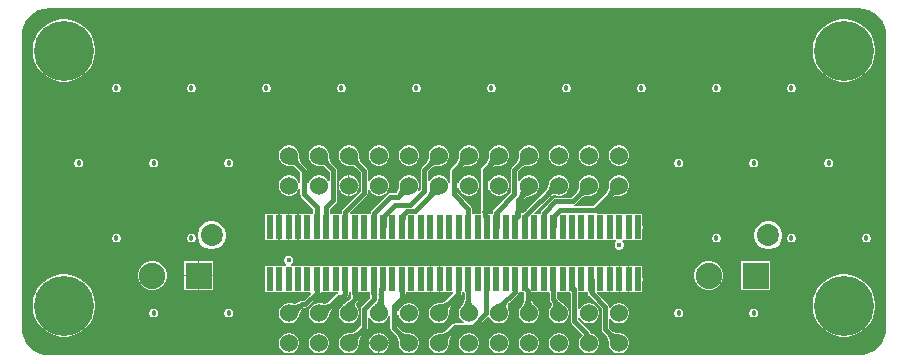
<source format=gtl>
G04*
G04 #@! TF.GenerationSoftware,Altium Limited,Altium Designer,24.0.1 (36)*
G04*
G04 Layer_Physical_Order=1*
G04 Layer_Color=255*
%FSLAX44Y44*%
%MOMM*%
G71*
G04*
G04 #@! TF.SameCoordinates,FEA383FD-90B8-454F-AD33-5B4C9E3D299A*
G04*
G04*
G04 #@! TF.FilePolarity,Positive*
G04*
G01*
G75*
%ADD13R,0.5000X2.0000*%
%ADD21C,0.3810*%
%ADD22C,1.8600*%
%ADD23R,2.2400X2.2400*%
%ADD24C,2.2400*%
%ADD25C,5.0800*%
%ADD26C,1.5240*%
%ADD27C,0.4524*%
%ADD28C,0.4572*%
G36*
X677606Y270304D02*
X681939Y268990D01*
X685933Y266856D01*
X689433Y263983D01*
X692306Y260483D01*
X694440Y256489D01*
X695754Y252156D01*
X696189Y247747D01*
X696169Y247650D01*
Y0D01*
X696189Y-98D01*
X695754Y-4506D01*
X694440Y-8839D01*
X692306Y-12833D01*
X689433Y-16333D01*
X685933Y-19205D01*
X681939Y-21340D01*
X677606Y-22654D01*
X673197Y-23089D01*
X673100Y-23069D01*
X-12700D01*
X-12797Y-23089D01*
X-17206Y-22654D01*
X-21539Y-21340D01*
X-25533Y-19205D01*
X-29033Y-16333D01*
X-31906Y-12833D01*
X-34040Y-8839D01*
X-35354Y-4506D01*
X-35789Y-98D01*
X-35769Y0D01*
Y247650D01*
X-35789Y247747D01*
X-35354Y252156D01*
X-34040Y256489D01*
X-31906Y260483D01*
X-29033Y263983D01*
X-25533Y266856D01*
X-21539Y268990D01*
X-17206Y270304D01*
X-12797Y270739D01*
X-12700Y270719D01*
X673100D01*
X673197Y270739D01*
X677606Y270304D01*
D02*
G37*
%LPC*%
G36*
X662479Y261366D02*
X658321D01*
X654214Y260716D01*
X650260Y259431D01*
X646555Y257543D01*
X643191Y255099D01*
X640251Y252159D01*
X637807Y248795D01*
X635919Y245090D01*
X634634Y241136D01*
X633984Y237029D01*
Y232871D01*
X634634Y228764D01*
X635919Y224810D01*
X637807Y221105D01*
X640251Y217741D01*
X643191Y214801D01*
X646555Y212357D01*
X650260Y210469D01*
X654214Y209184D01*
X658321Y208534D01*
X662479D01*
X666586Y209184D01*
X670540Y210469D01*
X674245Y212357D01*
X677609Y214801D01*
X680549Y217741D01*
X682993Y221105D01*
X684881Y224810D01*
X686166Y228764D01*
X686816Y232871D01*
Y237029D01*
X686166Y241136D01*
X684881Y245090D01*
X682993Y248795D01*
X680549Y252159D01*
X677609Y255099D01*
X674245Y257543D01*
X670540Y259431D01*
X666586Y260716D01*
X662479Y261366D01*
D02*
G37*
G36*
X2079D02*
X-2079D01*
X-6186Y260716D01*
X-10140Y259431D01*
X-13845Y257543D01*
X-17209Y255099D01*
X-20149Y252159D01*
X-22593Y248795D01*
X-24481Y245090D01*
X-25766Y241136D01*
X-26416Y237029D01*
Y232871D01*
X-25766Y228764D01*
X-24481Y224810D01*
X-22593Y221105D01*
X-20149Y217741D01*
X-17209Y214801D01*
X-13845Y212357D01*
X-10140Y210469D01*
X-6186Y209184D01*
X-2079Y208534D01*
X2079D01*
X6186Y209184D01*
X10140Y210469D01*
X13845Y212357D01*
X17209Y214801D01*
X20149Y217741D01*
X22593Y221105D01*
X24481Y224810D01*
X25766Y228764D01*
X26416Y232871D01*
Y237029D01*
X25766Y241136D01*
X24481Y245090D01*
X22593Y248795D01*
X20149Y252159D01*
X17209Y255099D01*
X13845Y257543D01*
X10140Y259431D01*
X6186Y260716D01*
X2079Y261366D01*
D02*
G37*
G36*
X616700Y206970D02*
X615200D01*
X613815Y206396D01*
X612754Y205336D01*
X612180Y203950D01*
Y202450D01*
X612754Y201064D01*
X613815Y200004D01*
X615200Y199430D01*
X616700D01*
X618086Y200004D01*
X619146Y201064D01*
X619720Y202450D01*
Y203950D01*
X619146Y205336D01*
X618086Y206396D01*
X616700Y206970D01*
D02*
G37*
G36*
X553200D02*
X551700D01*
X550314Y206396D01*
X549254Y205336D01*
X548680Y203950D01*
Y202450D01*
X549254Y201064D01*
X550314Y200004D01*
X551700Y199430D01*
X553200D01*
X554585Y200004D01*
X555646Y201064D01*
X556220Y202450D01*
Y203950D01*
X555646Y205336D01*
X554585Y206396D01*
X553200Y206970D01*
D02*
G37*
G36*
X489700D02*
X488200D01*
X486814Y206396D01*
X485754Y205336D01*
X485180Y203950D01*
Y202450D01*
X485754Y201064D01*
X486814Y200004D01*
X488200Y199430D01*
X489700D01*
X491086Y200004D01*
X492146Y201064D01*
X492720Y202450D01*
Y203950D01*
X492146Y205336D01*
X491086Y206396D01*
X489700Y206970D01*
D02*
G37*
G36*
X426200D02*
X424700D01*
X423315Y206396D01*
X422254Y205336D01*
X421680Y203950D01*
Y202450D01*
X422254Y201064D01*
X423315Y200004D01*
X424700Y199430D01*
X426200D01*
X427585Y200004D01*
X428646Y201064D01*
X429220Y202450D01*
Y203950D01*
X428646Y205336D01*
X427585Y206396D01*
X426200Y206970D01*
D02*
G37*
G36*
X362700D02*
X361200D01*
X359814Y206396D01*
X358754Y205336D01*
X358180Y203950D01*
Y202450D01*
X358754Y201064D01*
X359814Y200004D01*
X361200Y199430D01*
X362700D01*
X364086Y200004D01*
X365146Y201064D01*
X365720Y202450D01*
Y203950D01*
X365146Y205336D01*
X364086Y206396D01*
X362700Y206970D01*
D02*
G37*
G36*
X299200D02*
X297700D01*
X296315Y206396D01*
X295254Y205336D01*
X294680Y203950D01*
Y202450D01*
X295254Y201064D01*
X296315Y200004D01*
X297700Y199430D01*
X299200D01*
X300585Y200004D01*
X301646Y201064D01*
X302220Y202450D01*
Y203950D01*
X301646Y205336D01*
X300585Y206396D01*
X299200Y206970D01*
D02*
G37*
G36*
X235700D02*
X234200D01*
X232815Y206396D01*
X231754Y205336D01*
X231180Y203950D01*
Y202450D01*
X231754Y201064D01*
X232815Y200004D01*
X234200Y199430D01*
X235700D01*
X237085Y200004D01*
X238146Y201064D01*
X238720Y202450D01*
Y203950D01*
X238146Y205336D01*
X237085Y206396D01*
X235700Y206970D01*
D02*
G37*
G36*
X172200D02*
X170700D01*
X169314Y206396D01*
X168254Y205336D01*
X167680Y203950D01*
Y202450D01*
X168254Y201064D01*
X169314Y200004D01*
X170700Y199430D01*
X172200D01*
X173585Y200004D01*
X174646Y201064D01*
X175220Y202450D01*
Y203950D01*
X174646Y205336D01*
X173585Y206396D01*
X172200Y206970D01*
D02*
G37*
G36*
X108700D02*
X107200D01*
X105815Y206396D01*
X104754Y205336D01*
X104180Y203950D01*
Y202450D01*
X104754Y201064D01*
X105815Y200004D01*
X107200Y199430D01*
X108700D01*
X110085Y200004D01*
X111146Y201064D01*
X111720Y202450D01*
Y203950D01*
X111146Y205336D01*
X110085Y206396D01*
X108700Y206970D01*
D02*
G37*
G36*
X45200D02*
X43700D01*
X42315Y206396D01*
X41254Y205336D01*
X40680Y203950D01*
Y202450D01*
X41254Y201064D01*
X42315Y200004D01*
X43700Y199430D01*
X45200D01*
X46585Y200004D01*
X47646Y201064D01*
X48220Y202450D01*
Y203950D01*
X47646Y205336D01*
X46585Y206396D01*
X45200Y206970D01*
D02*
G37*
G36*
X471037Y154686D02*
X468763D01*
X466567Y154097D01*
X464597Y152961D01*
X462990Y151353D01*
X461852Y149383D01*
X461264Y147187D01*
Y144913D01*
X461852Y142717D01*
X462990Y140747D01*
X464597Y139139D01*
X466567Y138003D01*
X468763Y137414D01*
X471037D01*
X473233Y138003D01*
X475203Y139139D01*
X476810Y140747D01*
X477948Y142717D01*
X478536Y144913D01*
Y147187D01*
X477948Y149383D01*
X476810Y151353D01*
X475203Y152961D01*
X473233Y154097D01*
X471037Y154686D01*
D02*
G37*
G36*
X445637D02*
X443363D01*
X441167Y154097D01*
X439197Y152961D01*
X437589Y151353D01*
X436452Y149383D01*
X435864Y147187D01*
Y144913D01*
X436452Y142717D01*
X437589Y140747D01*
X439197Y139139D01*
X441167Y138003D01*
X443363Y137414D01*
X445637D01*
X447833Y138003D01*
X449803Y139139D01*
X451410Y140747D01*
X452547Y142717D01*
X453136Y144913D01*
Y147187D01*
X452547Y149383D01*
X451410Y151353D01*
X449803Y152961D01*
X447833Y154097D01*
X445637Y154686D01*
D02*
G37*
G36*
X420237D02*
X417963D01*
X415767Y154097D01*
X413797Y152961D01*
X412189Y151353D01*
X411053Y149383D01*
X410464Y147187D01*
Y144913D01*
X411053Y142717D01*
X412189Y140747D01*
X413797Y139139D01*
X415767Y138003D01*
X417963Y137414D01*
X420237D01*
X422433Y138003D01*
X424403Y139139D01*
X426011Y140747D01*
X427147Y142717D01*
X427736Y144913D01*
Y147187D01*
X427147Y149383D01*
X426011Y151353D01*
X424403Y152961D01*
X422433Y154097D01*
X420237Y154686D01*
D02*
G37*
G36*
X293237D02*
X290963D01*
X288767Y154097D01*
X286797Y152961D01*
X285189Y151353D01*
X284053Y149383D01*
X283464Y147187D01*
Y144913D01*
X284053Y142717D01*
X285189Y140747D01*
X286797Y139139D01*
X288767Y138003D01*
X290963Y137414D01*
X293237D01*
X295433Y138003D01*
X297403Y139139D01*
X299011Y140747D01*
X300147Y142717D01*
X300736Y144913D01*
Y147187D01*
X300147Y149383D01*
X299011Y151353D01*
X297403Y152961D01*
X295433Y154097D01*
X293237Y154686D01*
D02*
G37*
G36*
X267837D02*
X265563D01*
X263367Y154097D01*
X261397Y152961D01*
X259790Y151353D01*
X258652Y149383D01*
X258064Y147187D01*
Y144913D01*
X258652Y142717D01*
X259790Y140747D01*
X261397Y139139D01*
X263367Y138003D01*
X265563Y137414D01*
X267837D01*
X270033Y138003D01*
X272003Y139139D01*
X273610Y140747D01*
X274748Y142717D01*
X275336Y144913D01*
Y147187D01*
X274748Y149383D01*
X273610Y151353D01*
X272003Y152961D01*
X270033Y154097D01*
X267837Y154686D01*
D02*
G37*
G36*
X648450Y143470D02*
X646950D01*
X645564Y142896D01*
X644504Y141835D01*
X643930Y140450D01*
Y138950D01*
X644504Y137564D01*
X645564Y136504D01*
X646950Y135930D01*
X648450D01*
X649836Y136504D01*
X650896Y137564D01*
X651470Y138950D01*
Y140450D01*
X650896Y141835D01*
X649836Y142896D01*
X648450Y143470D01*
D02*
G37*
G36*
X584950D02*
X583450D01*
X582065Y142896D01*
X581004Y141835D01*
X580430Y140450D01*
Y138950D01*
X581004Y137564D01*
X582065Y136504D01*
X583450Y135930D01*
X584950D01*
X586335Y136504D01*
X587396Y137564D01*
X587970Y138950D01*
Y140450D01*
X587396Y141835D01*
X586335Y142896D01*
X584950Y143470D01*
D02*
G37*
G36*
X521450D02*
X519950D01*
X518564Y142896D01*
X517504Y141835D01*
X516930Y140450D01*
Y138950D01*
X517504Y137564D01*
X518564Y136504D01*
X519950Y135930D01*
X521450D01*
X522836Y136504D01*
X523896Y137564D01*
X524470Y138950D01*
Y140450D01*
X523896Y141835D01*
X522836Y142896D01*
X521450Y143470D01*
D02*
G37*
G36*
X140450D02*
X138950D01*
X137564Y142896D01*
X136504Y141835D01*
X135930Y140450D01*
Y138950D01*
X136504Y137564D01*
X137564Y136504D01*
X138950Y135930D01*
X140450D01*
X141835Y136504D01*
X142896Y137564D01*
X143470Y138950D01*
Y140450D01*
X142896Y141835D01*
X141835Y142896D01*
X140450Y143470D01*
D02*
G37*
G36*
X76950D02*
X75450D01*
X74064Y142896D01*
X73004Y141835D01*
X72430Y140450D01*
Y138950D01*
X73004Y137564D01*
X74064Y136504D01*
X75450Y135930D01*
X76950D01*
X78335Y136504D01*
X79396Y137564D01*
X79970Y138950D01*
Y140450D01*
X79396Y141835D01*
X78335Y142896D01*
X76950Y143470D01*
D02*
G37*
G36*
X13450D02*
X11950D01*
X10565Y142896D01*
X9504Y141835D01*
X8930Y140450D01*
Y138950D01*
X9504Y137564D01*
X10565Y136504D01*
X11950Y135930D01*
X13450D01*
X14835Y136504D01*
X15896Y137564D01*
X16470Y138950D01*
Y140450D01*
X15896Y141835D01*
X14835Y142896D01*
X13450Y143470D01*
D02*
G37*
G36*
X242437Y129286D02*
X241808D01*
Y121158D01*
X249936D01*
Y121787D01*
X249347Y123983D01*
X248211Y125953D01*
X246603Y127561D01*
X244633Y128698D01*
X242437Y129286D01*
D02*
G37*
G36*
X240792D02*
X240163D01*
X237967Y128698D01*
X235997Y127561D01*
X234389Y125953D01*
X233253Y123983D01*
X232664Y121787D01*
Y121158D01*
X240792D01*
Y129286D01*
D02*
G37*
G36*
X394837Y154686D02*
X392563D01*
X390367Y154097D01*
X388397Y152961D01*
X386790Y151353D01*
X385653Y149383D01*
X385064Y147187D01*
Y146182D01*
X384981Y145989D01*
X384968Y145083D01*
X384913Y144261D01*
X384818Y143497D01*
X384682Y142791D01*
X384509Y142143D01*
X384299Y141553D01*
X384055Y141019D01*
X383778Y140538D01*
X383468Y140109D01*
X383084Y139681D01*
X383065Y139627D01*
X379094Y135656D01*
X378448Y134690D01*
X378222Y133550D01*
Y114434D01*
X364225Y100437D01*
X363580Y99471D01*
X363381Y98472D01*
X363326Y98345D01*
X363320Y97828D01*
X363268Y96977D01*
X363229Y96678D01*
X363197Y96516D01*
X361716D01*
X361414Y96516D01*
X360212D01*
X360125Y96563D01*
X359892Y96588D01*
X359820Y96613D01*
X359756Y96656D01*
X359672Y96747D01*
X359566Y96920D01*
X359454Y97194D01*
X359352Y97570D01*
X359273Y98047D01*
X359222Y98618D01*
X359204Y99309D01*
X359178Y99367D01*
Y116637D01*
X360448Y116978D01*
X361390Y115347D01*
X362997Y113740D01*
X364967Y112603D01*
X367163Y112014D01*
X369437D01*
X371633Y112603D01*
X373603Y113740D01*
X375210Y115347D01*
X376348Y117317D01*
X376936Y119513D01*
Y121787D01*
X376348Y123983D01*
X375210Y125953D01*
X373603Y127561D01*
X371633Y128698D01*
X369437Y129286D01*
X367163D01*
X364967Y128698D01*
X362997Y127561D01*
X361390Y125953D01*
X360448Y124322D01*
X359178Y124663D01*
Y132716D01*
X361877Y135415D01*
X361931Y135434D01*
X362359Y135818D01*
X362789Y136128D01*
X363269Y136405D01*
X363803Y136649D01*
X364393Y136859D01*
X365041Y137032D01*
X365731Y137165D01*
X367349Y137318D01*
X368239Y137331D01*
X368432Y137414D01*
X369437D01*
X371633Y138003D01*
X373603Y139139D01*
X375210Y140747D01*
X376348Y142717D01*
X376936Y144913D01*
Y147187D01*
X376348Y149383D01*
X375210Y151353D01*
X373603Y152961D01*
X371633Y154097D01*
X369437Y154686D01*
X367163D01*
X364967Y154097D01*
X362997Y152961D01*
X361390Y151353D01*
X360252Y149383D01*
X359664Y147187D01*
Y146182D01*
X359581Y145989D01*
X359568Y145083D01*
X359514Y144261D01*
X359418Y143497D01*
X359282Y142791D01*
X359109Y142143D01*
X358899Y141553D01*
X358655Y141019D01*
X358378Y140539D01*
X358068Y140109D01*
X357684Y139681D01*
X357665Y139627D01*
X354094Y136056D01*
X353448Y135090D01*
X353222Y133950D01*
Y99344D01*
X353195Y99279D01*
X353200Y99269D01*
X353195Y99258D01*
X353210Y98534D01*
X353221Y98509D01*
X353212Y98483D01*
X353222Y98336D01*
Y96516D01*
X346986D01*
X346684Y96516D01*
X345347D01*
X345340Y96555D01*
X345210Y98595D01*
X345205Y99288D01*
X345178Y99351D01*
Y101200D01*
X344952Y102340D01*
X344306Y103306D01*
X333178Y114434D01*
Y118658D01*
X334448Y118826D01*
X334852Y117317D01*
X335989Y115347D01*
X337597Y113740D01*
X339567Y112603D01*
X341763Y112014D01*
X344037D01*
X346233Y112603D01*
X348203Y113740D01*
X349810Y115347D01*
X350947Y117317D01*
X351536Y119513D01*
Y121787D01*
X350947Y123983D01*
X349810Y125953D01*
X348203Y127561D01*
X346233Y128698D01*
X344037Y129286D01*
X341763D01*
X339567Y128698D01*
X337597Y127561D01*
X335989Y125953D01*
X334852Y123983D01*
X334448Y122474D01*
X333178Y122642D01*
Y132116D01*
X336477Y135415D01*
X336531Y135434D01*
X336959Y135818D01*
X337388Y136128D01*
X337869Y136405D01*
X338403Y136649D01*
X338993Y136859D01*
X339641Y137032D01*
X340331Y137165D01*
X341949Y137318D01*
X342839Y137331D01*
X343032Y137414D01*
X344037D01*
X346233Y138003D01*
X348203Y139139D01*
X349810Y140747D01*
X350947Y142717D01*
X351536Y144913D01*
Y147187D01*
X350947Y149383D01*
X349810Y151353D01*
X348203Y152961D01*
X346233Y154097D01*
X344037Y154686D01*
X341763D01*
X339567Y154097D01*
X337597Y152961D01*
X335989Y151353D01*
X334852Y149383D01*
X334264Y147187D01*
Y146182D01*
X334181Y145989D01*
X334168Y145083D01*
X334114Y144261D01*
X334018Y143497D01*
X333882Y142791D01*
X333709Y142143D01*
X333499Y141553D01*
X333255Y141019D01*
X332978Y140538D01*
X332668Y140109D01*
X332284Y139681D01*
X332265Y139627D01*
X328094Y135456D01*
X327449Y134490D01*
X327222Y133350D01*
Y122642D01*
X325952Y122474D01*
X325547Y123983D01*
X324411Y125953D01*
X322803Y127561D01*
X320833Y128698D01*
X318637Y129286D01*
X316363D01*
X314167Y128698D01*
X312197Y127561D01*
X310590Y125953D01*
X309452Y123983D01*
X309448Y123967D01*
X308178Y124135D01*
Y132516D01*
X311077Y135415D01*
X311131Y135434D01*
X311559Y135818D01*
X311989Y136128D01*
X312469Y136405D01*
X313003Y136649D01*
X313593Y136859D01*
X314241Y137032D01*
X314931Y137165D01*
X316549Y137318D01*
X317439Y137331D01*
X317633Y137414D01*
X318637D01*
X320833Y138003D01*
X322803Y139139D01*
X324411Y140747D01*
X325547Y142717D01*
X326136Y144913D01*
Y147187D01*
X325547Y149383D01*
X324411Y151353D01*
X322803Y152961D01*
X320833Y154097D01*
X318637Y154686D01*
X316363D01*
X314167Y154097D01*
X312197Y152961D01*
X310590Y151353D01*
X309452Y149383D01*
X308864Y147187D01*
Y146182D01*
X308781Y145989D01*
X308768Y145083D01*
X308713Y144261D01*
X308618Y143497D01*
X308482Y142791D01*
X308309Y142143D01*
X308099Y141553D01*
X307855Y141019D01*
X307578Y140538D01*
X307268Y140109D01*
X306884Y139681D01*
X306865Y139627D01*
X303094Y135856D01*
X302449Y134890D01*
X302222Y133750D01*
Y117434D01*
X300944Y116155D01*
X299927Y116935D01*
X300147Y117317D01*
X300736Y119513D01*
Y121787D01*
X300147Y123983D01*
X299011Y125953D01*
X297403Y127561D01*
X295433Y128698D01*
X293237Y129286D01*
X290963D01*
X288767Y128698D01*
X286797Y127561D01*
X285189Y125953D01*
X284053Y123983D01*
X283464Y121787D01*
Y120782D01*
X283381Y120589D01*
X283368Y119683D01*
X283314Y118861D01*
X283218Y118097D01*
X283083Y117391D01*
X282909Y116743D01*
X282699Y116153D01*
X282455Y115619D01*
X282178Y115139D01*
X281868Y114709D01*
X281484Y114281D01*
X281465Y114227D01*
X281437Y114199D01*
X276390D01*
X275250Y113972D01*
X274284Y113327D01*
X260689Y99732D01*
X260044Y98766D01*
X259847Y97777D01*
X259790Y97649D01*
X259769Y96580D01*
X259764Y96516D01*
X257716Y96516D01*
X257414Y96516D01*
X250986D01*
X250684Y96516D01*
X249716D01*
X249414Y96516D01*
X242986D01*
X242659Y96790D01*
X242581Y98369D01*
X256306Y112094D01*
X256952Y113060D01*
X257178Y114200D01*
Y117912D01*
X258448Y118079D01*
X258652Y117317D01*
X259790Y115347D01*
X261397Y113740D01*
X263367Y112603D01*
X265563Y112014D01*
X267837D01*
X270033Y112603D01*
X272003Y113740D01*
X273610Y115347D01*
X274748Y117317D01*
X275336Y119513D01*
Y121787D01*
X274748Y123983D01*
X273610Y125953D01*
X272003Y127561D01*
X270033Y128698D01*
X267837Y129286D01*
X265563D01*
X263367Y128698D01*
X261397Y127561D01*
X259790Y125953D01*
X258652Y123983D01*
X258448Y123221D01*
X257178Y123388D01*
Y133150D01*
X256952Y134290D01*
X256306Y135256D01*
X251935Y139627D01*
X251916Y139681D01*
X251532Y140109D01*
X251222Y140539D01*
X250945Y141019D01*
X250701Y141553D01*
X250491Y142143D01*
X250318Y142791D01*
X250185Y143481D01*
X250032Y145099D01*
X250019Y145989D01*
X249936Y146182D01*
Y147187D01*
X249347Y149383D01*
X248211Y151353D01*
X246603Y152961D01*
X244633Y154097D01*
X242437Y154686D01*
X240163D01*
X237967Y154097D01*
X235997Y152961D01*
X234389Y151353D01*
X233253Y149383D01*
X232664Y147187D01*
Y144913D01*
X233253Y142717D01*
X234389Y140747D01*
X235997Y139139D01*
X237967Y138003D01*
X240163Y137414D01*
X241168D01*
X241361Y137331D01*
X242267Y137318D01*
X243089Y137263D01*
X243853Y137168D01*
X244559Y137032D01*
X245207Y136859D01*
X245797Y136649D01*
X246331Y136405D01*
X246812Y136128D01*
X247241Y135818D01*
X247669Y135434D01*
X247723Y135415D01*
X251222Y131916D01*
Y115434D01*
X236225Y100437D01*
X235580Y99471D01*
X235381Y98472D01*
X235326Y98345D01*
X235320Y97828D01*
X235268Y96977D01*
X235229Y96678D01*
X235197Y96516D01*
X233716D01*
X233414Y96516D01*
X226986D01*
X226684Y96516D01*
X225347D01*
X225340Y96555D01*
X225210Y98595D01*
X225205Y99288D01*
X225178Y99351D01*
Y100966D01*
X230306Y106094D01*
X230951Y107060D01*
X231178Y108200D01*
Y133750D01*
X230951Y134890D01*
X230306Y135856D01*
X226535Y139627D01*
X226516Y139681D01*
X226132Y140109D01*
X225822Y140539D01*
X225545Y141019D01*
X225301Y141553D01*
X225091Y142143D01*
X224918Y142791D01*
X224785Y143481D01*
X224632Y145099D01*
X224619Y145989D01*
X224536Y146182D01*
Y147187D01*
X223948Y149383D01*
X222810Y151353D01*
X221203Y152961D01*
X219233Y154097D01*
X217037Y154686D01*
X214763D01*
X212567Y154097D01*
X210597Y152961D01*
X208990Y151353D01*
X207852Y149383D01*
X207264Y147187D01*
Y144913D01*
X207852Y142717D01*
X208990Y140747D01*
X210597Y139139D01*
X212567Y138003D01*
X214763Y137414D01*
X215767D01*
X215961Y137331D01*
X216867Y137318D01*
X217689Y137263D01*
X218453Y137168D01*
X219159Y137032D01*
X219807Y136859D01*
X220397Y136649D01*
X220931Y136405D01*
X221412Y136128D01*
X221841Y135818D01*
X222269Y135434D01*
X222323Y135415D01*
X225222Y132516D01*
Y124135D01*
X223952Y123967D01*
X223948Y123983D01*
X222810Y125953D01*
X221203Y127561D01*
X219233Y128698D01*
X217037Y129286D01*
X214763D01*
X212567Y128698D01*
X210597Y127561D01*
X208990Y125953D01*
X207852Y123983D01*
X207448Y122474D01*
X206178Y122642D01*
Y133350D01*
X205951Y134490D01*
X205306Y135456D01*
X201135Y139627D01*
X201116Y139681D01*
X200732Y140109D01*
X200422Y140539D01*
X200145Y141019D01*
X199901Y141553D01*
X199691Y142143D01*
X199518Y142791D01*
X199385Y143481D01*
X199232Y145099D01*
X199219Y145989D01*
X199136Y146182D01*
Y147187D01*
X198547Y149383D01*
X197411Y151353D01*
X195803Y152961D01*
X193833Y154097D01*
X191637Y154686D01*
X189363D01*
X187167Y154097D01*
X185197Y152961D01*
X183589Y151353D01*
X182453Y149383D01*
X181864Y147187D01*
Y144913D01*
X182453Y142717D01*
X183589Y140747D01*
X185197Y139139D01*
X187167Y138003D01*
X189363Y137414D01*
X190368D01*
X190561Y137331D01*
X191467Y137318D01*
X192289Y137263D01*
X193053Y137168D01*
X193759Y137032D01*
X194407Y136859D01*
X194997Y136649D01*
X195531Y136405D01*
X196012Y136128D01*
X196441Y135818D01*
X196869Y135434D01*
X196923Y135415D01*
X200222Y132116D01*
Y122642D01*
X198952Y122474D01*
X198547Y123983D01*
X197411Y125953D01*
X195803Y127561D01*
X193833Y128698D01*
X191637Y129286D01*
X189363D01*
X187167Y128698D01*
X185197Y127561D01*
X183589Y125953D01*
X182453Y123983D01*
X181864Y121787D01*
Y119513D01*
X182453Y117317D01*
X183589Y115347D01*
X185197Y113740D01*
X187167Y112603D01*
X189363Y112014D01*
X191637D01*
X193833Y112603D01*
X195803Y113740D01*
X197411Y115347D01*
X198547Y117317D01*
X198952Y118826D01*
X200222Y118658D01*
Y113200D01*
X200448Y112060D01*
X201094Y111094D01*
X211222Y100966D01*
Y99358D01*
X211195Y99298D01*
X211173Y97952D01*
X211109Y96942D01*
X211066Y96587D01*
X211053Y96516D01*
X209716D01*
X209414Y96516D01*
X202986D01*
X202684Y96516D01*
X201716D01*
X201414Y96516D01*
X198708D01*
Y85500D01*
Y74484D01*
X201414D01*
X201716Y74484D01*
X202684D01*
X202986Y74484D01*
X209414D01*
X209716Y74484D01*
X210684D01*
X210986Y74484D01*
X217414D01*
X217716Y74484D01*
X218684D01*
X218986Y74484D01*
X225414D01*
X225716Y74484D01*
X226684D01*
X226986Y74484D01*
X233414D01*
X233716Y74484D01*
X234684D01*
X234986Y74484D01*
X241414D01*
X241716Y74484D01*
X242684D01*
X242986Y74484D01*
X249414D01*
X249716Y74484D01*
X250684D01*
X250986Y74484D01*
X257414D01*
X257716Y74484D01*
X258684D01*
X258986Y74484D01*
X265414D01*
X265716Y74484D01*
X266684D01*
X266986Y74484D01*
X273716D01*
X273716Y74484D01*
X274684D01*
Y74484D01*
X274986Y74484D01*
X281414D01*
X281716Y74484D01*
Y74484D01*
X282684D01*
Y74484D01*
X289716D01*
Y74484D01*
X290684D01*
Y74484D01*
X297414D01*
X297716Y74484D01*
X298684D01*
X298986Y74484D01*
X305716D01*
Y74484D01*
X306684D01*
Y74484D01*
X313414D01*
X313716Y74484D01*
X314684D01*
X314986Y74484D01*
X321414D01*
X321716Y74484D01*
X322684D01*
X322986Y74484D01*
X329716D01*
Y74484D01*
X330684D01*
Y74484D01*
X337414D01*
X337716Y74484D01*
X338684D01*
X338986Y74484D01*
X345414D01*
X345716Y74484D01*
X346684D01*
X346986Y74484D01*
X353414D01*
X353716Y74484D01*
Y74484D01*
X354684D01*
Y74484D01*
X361414D01*
X361716Y74484D01*
X362684D01*
X362986Y74484D01*
X369414D01*
X369716Y74484D01*
X370684D01*
X370986Y74484D01*
X377414D01*
X377716Y74484D01*
X378684D01*
X378986Y74484D01*
X385414D01*
X385716Y74484D01*
Y74484D01*
X386684D01*
Y74484D01*
X393716D01*
Y74484D01*
X394684D01*
Y74484D01*
X401414D01*
X401716Y74484D01*
X402684D01*
X402986Y74484D01*
X409414D01*
X409716Y74484D01*
X410684D01*
X410986Y74484D01*
X417716D01*
Y74484D01*
X418684D01*
Y74484D01*
X425414D01*
X425716Y74484D01*
X426684D01*
X426986Y74484D01*
X433414D01*
X433716Y74484D01*
X434684D01*
X434986Y74484D01*
X441414D01*
X441716Y74484D01*
Y74484D01*
X442684D01*
Y74484D01*
X449414D01*
X449716Y74484D01*
X450684D01*
X450986Y74484D01*
X457716D01*
Y74484D01*
X458684D01*
Y74484D01*
X465414D01*
X465716Y74484D01*
X466684D01*
X467031Y74484D01*
X467557Y73214D01*
X466809Y72466D01*
X466200Y70996D01*
Y69404D01*
X466809Y67934D01*
X467934Y66809D01*
X469404Y66200D01*
X470996D01*
X472466Y66809D01*
X473591Y67934D01*
X474200Y69404D01*
Y70996D01*
X473591Y72466D01*
X472843Y73214D01*
X473369Y74484D01*
X473716Y74484D01*
X474684D01*
X474986Y74484D01*
X481716D01*
Y74484D01*
X482684D01*
Y74484D01*
X489716D01*
Y83536D01*
X490200Y84704D01*
Y86296D01*
X489716Y87464D01*
Y96516D01*
X482684D01*
Y96516D01*
X481716D01*
Y96516D01*
X474986D01*
X474684Y96516D01*
X473716D01*
X473414Y96516D01*
X466986D01*
X466684Y96516D01*
X465716D01*
X465414Y96516D01*
X458684D01*
Y96516D01*
X457716D01*
Y96516D01*
X451480D01*
X451095Y97786D01*
X451556Y98094D01*
X463477Y110015D01*
X463531Y110034D01*
X463959Y110418D01*
X464389Y110728D01*
X464869Y111005D01*
X465403Y111249D01*
X465993Y111459D01*
X466641Y111632D01*
X467331Y111765D01*
X468949Y111918D01*
X469839Y111931D01*
X470033Y112014D01*
X471037D01*
X473233Y112603D01*
X475203Y113740D01*
X476810Y115347D01*
X477948Y117317D01*
X478536Y119513D01*
Y121787D01*
X477948Y123983D01*
X476810Y125953D01*
X475203Y127561D01*
X473233Y128698D01*
X471037Y129286D01*
X468763D01*
X466567Y128698D01*
X464597Y127561D01*
X462990Y125953D01*
X461852Y123983D01*
X461264Y121787D01*
Y120782D01*
X461181Y120589D01*
X461168Y119683D01*
X461114Y118861D01*
X461018Y118097D01*
X460882Y117391D01*
X460709Y116743D01*
X460499Y116153D01*
X460255Y115619D01*
X459978Y115138D01*
X459668Y114709D01*
X459284Y114281D01*
X459265Y114227D01*
X448216Y103178D01*
X432314D01*
X432189Y104448D01*
X432190Y104448D01*
X433156Y105094D01*
X438077Y110015D01*
X438131Y110034D01*
X438559Y110418D01*
X438988Y110728D01*
X439469Y111005D01*
X440003Y111249D01*
X440593Y111459D01*
X441241Y111632D01*
X441931Y111765D01*
X443549Y111918D01*
X444439Y111931D01*
X444632Y112014D01*
X445637D01*
X447833Y112603D01*
X449803Y113740D01*
X451410Y115347D01*
X452547Y117317D01*
X453136Y119513D01*
Y121787D01*
X452547Y123983D01*
X451410Y125953D01*
X449803Y127561D01*
X447833Y128698D01*
X445637Y129286D01*
X443363D01*
X441167Y128698D01*
X439197Y127561D01*
X437589Y125953D01*
X436452Y123983D01*
X435864Y121787D01*
Y120782D01*
X435781Y120589D01*
X435768Y119683D01*
X435714Y118861D01*
X435618Y118097D01*
X435482Y117391D01*
X435309Y116743D01*
X435099Y116153D01*
X434855Y115619D01*
X434578Y115138D01*
X434268Y114709D01*
X433884Y114281D01*
X433865Y114227D01*
X429816Y110178D01*
X416200D01*
X415060Y109951D01*
X414094Y109306D01*
X404689Y99901D01*
X404044Y98935D01*
X403847Y97945D01*
X403791Y97817D01*
X403774Y97012D01*
X403736Y96516D01*
X401716Y96516D01*
X401414Y96516D01*
X398456D01*
X397970Y97689D01*
X411316Y111035D01*
X411370Y111054D01*
X411818Y111454D01*
X412246Y111754D01*
X412703Y111998D01*
X413195Y112189D01*
X413727Y112328D01*
X414302Y112413D01*
X414925Y112442D01*
X415598Y112412D01*
X416319Y112320D01*
X417124Y112158D01*
X417299Y112192D01*
X417963Y112014D01*
X420237D01*
X422433Y112603D01*
X424403Y113740D01*
X426011Y115347D01*
X427147Y117317D01*
X427736Y119513D01*
Y121787D01*
X427147Y123983D01*
X426011Y125953D01*
X424403Y127561D01*
X422433Y128698D01*
X420237Y129286D01*
X417963D01*
X415767Y128698D01*
X413797Y127561D01*
X412189Y125953D01*
X411053Y123983D01*
X410703Y122679D01*
X410580Y122507D01*
X410356Y121539D01*
X410123Y120665D01*
X409600Y119070D01*
X409326Y118395D01*
X409036Y117777D01*
X408737Y117227D01*
X408429Y116745D01*
X408115Y116330D01*
X407762Y115940D01*
X407742Y115885D01*
X392221Y100364D01*
X392173Y100348D01*
X392158Y100318D01*
X392127Y100307D01*
X389990Y98268D01*
X388892Y97341D01*
X388495Y97044D01*
X388347Y97067D01*
X387472Y97471D01*
X387234Y97738D01*
X387225Y97755D01*
Y98382D01*
X387231Y98449D01*
X387225Y98471D01*
Y98507D01*
X387236Y98533D01*
X387251Y99257D01*
X387247Y99268D01*
X387251Y99279D01*
X387225Y99344D01*
Y107317D01*
X389140Y109233D01*
X389196Y109253D01*
X389580Y109602D01*
X389991Y109914D01*
X390458Y110216D01*
X391654Y110835D01*
X392309Y111112D01*
X394817Y111934D01*
X395771Y112180D01*
X395945Y112311D01*
X397033Y112603D01*
X399003Y113740D01*
X400611Y115347D01*
X401748Y117317D01*
X402336Y119513D01*
Y121787D01*
X401748Y123983D01*
X400611Y125953D01*
X399003Y127561D01*
X397033Y128698D01*
X394837Y129286D01*
X392563D01*
X390367Y128698D01*
X388397Y127561D01*
X386790Y125953D01*
X385653Y123983D01*
X385448Y123221D01*
X384178Y123388D01*
Y132316D01*
X387277Y135415D01*
X387331Y135434D01*
X387759Y135818D01*
X388189Y136128D01*
X388669Y136405D01*
X389203Y136649D01*
X389793Y136859D01*
X390441Y137032D01*
X391131Y137165D01*
X392749Y137318D01*
X393639Y137331D01*
X393833Y137414D01*
X394837D01*
X397033Y138003D01*
X399003Y139139D01*
X400611Y140747D01*
X401748Y142717D01*
X402336Y144913D01*
Y147187D01*
X401748Y149383D01*
X400611Y151353D01*
X399003Y152961D01*
X397033Y154097D01*
X394837Y154686D01*
D02*
G37*
G36*
X249936Y120142D02*
X241808D01*
Y112014D01*
X242437D01*
X244633Y112603D01*
X246603Y113740D01*
X248211Y115347D01*
X249347Y117317D01*
X249936Y119513D01*
Y120142D01*
D02*
G37*
G36*
X240792D02*
X232664D01*
Y119513D01*
X233253Y117317D01*
X234389Y115347D01*
X235997Y113740D01*
X237967Y112603D01*
X240163Y112014D01*
X240792D01*
Y120142D01*
D02*
G37*
G36*
X194684Y96516D02*
X193716D01*
X193414Y96516D01*
X190708D01*
Y85500D01*
Y74484D01*
X193414D01*
X193716Y74484D01*
X194684D01*
X194986Y74484D01*
X197692D01*
Y85500D01*
Y96516D01*
X194986D01*
X194684Y96516D01*
D02*
G37*
G36*
X186684D02*
X185716D01*
X185414Y96516D01*
X182708D01*
Y85500D01*
Y74484D01*
X185414D01*
X185716Y74484D01*
X186684D01*
X186986Y74484D01*
X189692D01*
Y85500D01*
Y96516D01*
X186986D01*
X186684Y96516D01*
D02*
G37*
G36*
X178684D02*
X177716D01*
X177414Y96516D01*
X170684D01*
Y87464D01*
X170200Y86296D01*
Y84704D01*
X170684Y83536D01*
Y74484D01*
X177414D01*
X177716Y74484D01*
X178684D01*
X178986Y74484D01*
X181692D01*
Y85500D01*
Y96516D01*
X178986D01*
X178684Y96516D01*
D02*
G37*
G36*
X680200Y79970D02*
X678700D01*
X677315Y79396D01*
X676254Y78335D01*
X675680Y76950D01*
Y75450D01*
X676254Y74064D01*
X677315Y73004D01*
X678700Y72430D01*
X680200D01*
X681585Y73004D01*
X682646Y74064D01*
X683220Y75450D01*
Y76950D01*
X682646Y78335D01*
X681585Y79396D01*
X680200Y79970D01*
D02*
G37*
G36*
X616700D02*
X615200D01*
X613815Y79396D01*
X612754Y78335D01*
X612180Y76950D01*
Y75450D01*
X612754Y74064D01*
X613815Y73004D01*
X615200Y72430D01*
X616700D01*
X618086Y73004D01*
X619146Y74064D01*
X619720Y75450D01*
Y76950D01*
X619146Y78335D01*
X618086Y79396D01*
X616700Y79970D01*
D02*
G37*
G36*
X553200D02*
X551700D01*
X550314Y79396D01*
X549254Y78335D01*
X548680Y76950D01*
Y75450D01*
X549254Y74064D01*
X550314Y73004D01*
X551700Y72430D01*
X553200D01*
X554585Y73004D01*
X555646Y74064D01*
X556220Y75450D01*
Y76950D01*
X555646Y78335D01*
X554585Y79396D01*
X553200Y79970D01*
D02*
G37*
G36*
X108700D02*
X107200D01*
X105815Y79396D01*
X104754Y78335D01*
X104180Y76950D01*
Y75450D01*
X104754Y74064D01*
X105815Y73004D01*
X107200Y72430D01*
X108700D01*
X110085Y73004D01*
X111146Y74064D01*
X111720Y75450D01*
Y76950D01*
X111146Y78335D01*
X110085Y79396D01*
X108700Y79970D01*
D02*
G37*
G36*
X45200D02*
X43700D01*
X42315Y79396D01*
X41254Y78335D01*
X40680Y76950D01*
Y75450D01*
X41254Y74064D01*
X42315Y73004D01*
X43700Y72430D01*
X45200D01*
X46585Y73004D01*
X47646Y74064D01*
X48220Y75450D01*
Y76950D01*
X47646Y78335D01*
X46585Y79396D01*
X45200Y79970D01*
D02*
G37*
G36*
X598054Y90250D02*
X594947D01*
X591945Y89446D01*
X589255Y87892D01*
X587058Y85695D01*
X585504Y83005D01*
X584700Y80003D01*
Y76897D01*
X585504Y73895D01*
X587058Y71205D01*
X589255Y69008D01*
X591945Y67454D01*
X594947Y66650D01*
X598054D01*
X601055Y67454D01*
X603745Y69008D01*
X605942Y71205D01*
X607496Y73895D01*
X608300Y76897D01*
Y80003D01*
X607496Y83005D01*
X605942Y85695D01*
X603745Y87892D01*
X601055Y89446D01*
X598054Y90250D01*
D02*
G37*
G36*
X126653D02*
X123546D01*
X120545Y89446D01*
X117855Y87892D01*
X115658Y85695D01*
X114104Y83005D01*
X113300Y80003D01*
Y76897D01*
X114104Y73895D01*
X115658Y71205D01*
X117855Y69008D01*
X120545Y67454D01*
X123546Y66650D01*
X126653D01*
X129655Y67454D01*
X132345Y69008D01*
X134542Y71205D01*
X136096Y73895D01*
X136900Y76897D01*
Y80003D01*
X136096Y83005D01*
X134542Y85695D01*
X132345Y87892D01*
X129655Y89446D01*
X126653Y90250D01*
D02*
G37*
G36*
X482684Y52516D02*
X481716D01*
X481414Y52516D01*
X478708D01*
Y41500D01*
Y30484D01*
X481414D01*
X481716Y30484D01*
X482684D01*
X482986Y30484D01*
X489716D01*
Y39536D01*
X490200Y40704D01*
Y42296D01*
X489716Y43464D01*
Y52516D01*
X482986D01*
X482684Y52516D01*
D02*
G37*
G36*
X474684D02*
X473716D01*
X473414Y52516D01*
X470708D01*
Y41500D01*
Y30484D01*
X473414D01*
X473716Y30484D01*
X474684D01*
X474986Y30484D01*
X477692D01*
Y41500D01*
Y52516D01*
X474986D01*
X474684Y52516D01*
D02*
G37*
G36*
X466684D02*
X465716D01*
X465414Y52516D01*
X462708D01*
Y41500D01*
Y30484D01*
X465414D01*
X465716Y30484D01*
X466684D01*
X466986Y30484D01*
X469692D01*
Y41500D01*
Y52516D01*
X466986D01*
X466684Y52516D01*
D02*
G37*
G36*
X377716Y52516D02*
Y52516D01*
X377414Y52516D01*
X370684D01*
Y52516D01*
X369716D01*
Y52516D01*
X362986D01*
X362684Y52516D01*
Y52516D01*
X361716D01*
Y52516D01*
X354986D01*
X354684Y52516D01*
X353716D01*
X353414Y52516D01*
X346986D01*
X346684Y52516D01*
X345716D01*
X345414Y52516D01*
X338986D01*
X338684Y52516D01*
X337716D01*
X337414Y52516D01*
X330986D01*
X330684Y52516D01*
X329716D01*
X329414Y52516D01*
X322986D01*
X322684Y52516D01*
X321716D01*
X321414Y52516D01*
X318708D01*
Y41500D01*
Y30484D01*
X321414D01*
X321716Y30484D01*
X322684D01*
X322986Y30484D01*
X329258D01*
X329832Y29262D01*
X323911Y23342D01*
X323857Y23322D01*
X323430Y22939D01*
X323000Y22629D01*
X322520Y22351D01*
X321985Y22107D01*
X321395Y21897D01*
X320746Y21722D01*
X320056Y21589D01*
X318437Y21433D01*
X317546Y21419D01*
X317353Y21336D01*
X316363D01*
X314167Y20747D01*
X312197Y19611D01*
X310590Y18003D01*
X309452Y16033D01*
X308864Y13837D01*
Y11563D01*
X309452Y9367D01*
X310590Y7397D01*
X312197Y5789D01*
X314167Y4652D01*
X316363Y4064D01*
X318637D01*
X320833Y4652D01*
X322803Y5789D01*
X324411Y7397D01*
X325547Y9367D01*
X326136Y11563D01*
Y12582D01*
X326219Y12775D01*
X326230Y13681D01*
X326284Y14502D01*
X326378Y15266D01*
X326513Y15972D01*
X326685Y16619D01*
X326894Y17208D01*
X327138Y17743D01*
X327415Y18223D01*
X327725Y18652D01*
X328109Y19080D01*
X328128Y19134D01*
X335866Y26872D01*
X336511Y27838D01*
X336710Y28837D01*
X336764Y28963D01*
X336770Y29426D01*
X336818Y30185D01*
X336853Y30444D01*
X336861Y30484D01*
X337716Y30484D01*
X339053D01*
X339060Y30445D01*
X339190Y28405D01*
X339195Y27712D01*
X339222Y27649D01*
Y24543D01*
X339197Y24490D01*
X339168Y23933D01*
X339087Y23410D01*
X338951Y22862D01*
X338755Y22288D01*
X338498Y21688D01*
X338177Y21064D01*
X337800Y20428D01*
X336821Y19043D01*
X336236Y18323D01*
X336204Y18217D01*
X335989Y18003D01*
X334852Y16033D01*
X334264Y13837D01*
Y11563D01*
X334852Y9367D01*
X335989Y7397D01*
X337597Y5789D01*
X338548Y5241D01*
X338208Y3971D01*
X331192D01*
X330053Y3744D01*
X329086Y3098D01*
X323923Y-2065D01*
X323869Y-2084D01*
X323441Y-2468D01*
X323012Y-2778D01*
X322531Y-3055D01*
X321997Y-3299D01*
X321407Y-3509D01*
X320759Y-3682D01*
X320069Y-3815D01*
X318451Y-3968D01*
X317561Y-3981D01*
X317367Y-4064D01*
X316363D01*
X314167Y-4652D01*
X312197Y-5789D01*
X310590Y-7397D01*
X309452Y-9367D01*
X308864Y-11563D01*
Y-13837D01*
X309452Y-16033D01*
X310590Y-18003D01*
X312197Y-19611D01*
X314167Y-20747D01*
X316363Y-21336D01*
X318637D01*
X320833Y-20747D01*
X322803Y-19611D01*
X324411Y-18003D01*
X325547Y-16033D01*
X326136Y-13837D01*
Y-12832D01*
X326219Y-12639D01*
X326232Y-11733D01*
X326287Y-10911D01*
X326382Y-10147D01*
X326518Y-9441D01*
X326691Y-8793D01*
X326901Y-8203D01*
X327145Y-7669D01*
X327422Y-7188D01*
X327732Y-6759D01*
X328116Y-6331D01*
X328135Y-6277D01*
X332426Y-1986D01*
X346100D01*
X347239Y-1759D01*
X348205Y-1113D01*
X358884Y9565D01*
X359835Y9427D01*
X360336Y9221D01*
X361390Y7397D01*
X362997Y5789D01*
X364967Y4652D01*
X367163Y4064D01*
X369437D01*
X371633Y4652D01*
X373603Y5789D01*
X375210Y7397D01*
X376348Y9367D01*
X376936Y11563D01*
Y13837D01*
X376348Y16033D01*
X376255Y16194D01*
X376255Y16268D01*
X375976Y16958D01*
X375792Y17566D01*
X375684Y18132D01*
X375646Y18658D01*
X375674Y19148D01*
X375765Y19609D01*
X375919Y20049D01*
X376138Y20477D01*
X376431Y20898D01*
X376842Y21358D01*
X376859Y21407D01*
X376904Y21434D01*
X376911Y21462D01*
X384174Y28725D01*
X384819Y29691D01*
X384977Y30484D01*
X385716Y30484D01*
X386684D01*
X386986Y30484D01*
X389504D01*
X389801Y30187D01*
Y24458D01*
X389776Y24405D01*
X389747Y23854D01*
X389669Y23332D01*
X389535Y22781D01*
X389342Y22199D01*
X389090Y21590D01*
X388776Y20952D01*
X388406Y20299D01*
X387448Y18872D01*
X386875Y18127D01*
X386861Y18074D01*
X386790Y18003D01*
X385653Y16033D01*
X385064Y13837D01*
Y11563D01*
X385653Y9367D01*
X386790Y7397D01*
X388397Y5789D01*
X390367Y4652D01*
X392563Y4064D01*
X394837D01*
X397033Y4652D01*
X399003Y5789D01*
X400611Y7397D01*
X401748Y9367D01*
X402336Y11563D01*
Y13837D01*
X401748Y16033D01*
X400611Y18003D01*
X399052Y19561D01*
X399031Y19599D01*
X398364Y20143D01*
X397798Y20667D01*
X397306Y21191D01*
X396888Y21714D01*
X396542Y22234D01*
X396264Y22751D01*
X396053Y23266D01*
X395904Y23781D01*
X395815Y24301D01*
X395782Y24890D01*
X395764Y24926D01*
X395775Y24966D01*
X395757Y24997D01*
Y30484D01*
X401414D01*
X401716Y30484D01*
X402684D01*
X402986Y30484D01*
X409414D01*
X409716Y30484D01*
X411053D01*
X411060Y30445D01*
X411190Y28405D01*
X411195Y27712D01*
X411222Y27649D01*
Y24172D01*
X411449Y23032D01*
X411893Y22367D01*
X411908Y22262D01*
X411998Y22195D01*
X412035Y22089D01*
X412447Y21630D01*
X412726Y21233D01*
X412916Y20858D01*
X413029Y20502D01*
X413077Y20155D01*
X413062Y19801D01*
X412981Y19423D01*
X412824Y19012D01*
X412579Y18565D01*
X412210Y18042D01*
X412209Y18038D01*
X412205Y18036D01*
X412200Y18014D01*
X412189Y18003D01*
X411053Y16033D01*
X410464Y13837D01*
Y11563D01*
X411053Y9367D01*
X412189Y7397D01*
X413797Y5789D01*
X415767Y4652D01*
X417963Y4064D01*
X420237D01*
X422433Y4652D01*
X424403Y5789D01*
X426011Y7397D01*
X427147Y9367D01*
X427736Y11563D01*
Y13837D01*
X427147Y16033D01*
X426011Y18003D01*
X424403Y19611D01*
X423811Y19952D01*
X423721Y20093D01*
X423715Y20094D01*
X423711Y20099D01*
X421790Y21408D01*
X421174Y21879D01*
X417713Y24919D01*
X417178Y25445D01*
Y27642D01*
X417205Y27702D01*
X417227Y29048D01*
X417291Y30058D01*
X417334Y30413D01*
X417347Y30484D01*
X418684D01*
X418986Y30484D01*
X425414D01*
X425716Y30484D01*
X426684D01*
X426986Y30484D01*
X428238D01*
X428267Y30468D01*
X428500Y30442D01*
X428573Y30415D01*
X428639Y30371D01*
X428725Y30277D01*
X428833Y30099D01*
X428946Y29822D01*
X429047Y29441D01*
X429127Y28961D01*
X429178Y28385D01*
X429196Y27692D01*
X429222Y27633D01*
Y5950D01*
X429449Y4810D01*
X430094Y3844D01*
X438604Y-4666D01*
X439197Y-5789D01*
X437589Y-7397D01*
X436452Y-9367D01*
X435864Y-11563D01*
Y-13837D01*
X436452Y-16033D01*
X437589Y-18003D01*
X439197Y-19611D01*
X441167Y-20747D01*
X443363Y-21336D01*
X445637D01*
X447833Y-20747D01*
X449803Y-19611D01*
X451410Y-18003D01*
X452547Y-16033D01*
X453136Y-13837D01*
Y-11563D01*
X452547Y-9367D01*
X451410Y-7397D01*
X449803Y-5789D01*
X447833Y-4652D01*
X445637Y-4064D01*
X445271D01*
X445065Y-3023D01*
X444419Y-2057D01*
X435178Y7184D01*
Y9215D01*
X436448Y9383D01*
X436452Y9367D01*
X437589Y7397D01*
X439197Y5789D01*
X441167Y4652D01*
X443363Y4064D01*
X445637D01*
X447833Y4652D01*
X449803Y5789D01*
X451410Y7397D01*
X452547Y9367D01*
X453136Y11563D01*
Y13837D01*
X452547Y16033D01*
X451410Y18003D01*
X449803Y19611D01*
X447833Y20747D01*
X445637Y21336D01*
X443363D01*
X441167Y20747D01*
X439197Y19611D01*
X437589Y18003D01*
X436452Y16033D01*
X436448Y16017D01*
X435178Y16185D01*
Y27657D01*
X435205Y27720D01*
X435200Y27731D01*
X435205Y27742D01*
X435190Y28466D01*
X435179Y28491D01*
X435188Y28517D01*
X435178Y28664D01*
Y30484D01*
X441414D01*
X441716Y30484D01*
X442684D01*
X442986Y30484D01*
X443745D01*
X443789Y29817D01*
X443790Y29450D01*
X443842Y29326D01*
X444044Y28315D01*
X444689Y27349D01*
X455311Y16727D01*
Y-1090D01*
X455538Y-2229D01*
X456184Y-3196D01*
X459265Y-6277D01*
X459284Y-6331D01*
X459668Y-6759D01*
X459978Y-7189D01*
X460255Y-7669D01*
X460499Y-8203D01*
X460709Y-8793D01*
X460882Y-9441D01*
X461015Y-10131D01*
X461168Y-11749D01*
X461181Y-12639D01*
X461264Y-12832D01*
Y-13837D01*
X461852Y-16033D01*
X462990Y-18003D01*
X464597Y-19611D01*
X466567Y-20747D01*
X468763Y-21336D01*
X471037D01*
X473233Y-20747D01*
X475203Y-19611D01*
X476810Y-18003D01*
X477948Y-16033D01*
X478536Y-13837D01*
Y-11563D01*
X477948Y-9367D01*
X476810Y-7397D01*
X475203Y-5789D01*
X473233Y-4652D01*
X471037Y-4064D01*
X470033D01*
X469839Y-3981D01*
X468933Y-3968D01*
X468111Y-3914D01*
X467347Y-3818D01*
X466641Y-3682D01*
X465993Y-3509D01*
X465403Y-3299D01*
X464869Y-3055D01*
X464388Y-2778D01*
X463959Y-2468D01*
X463531Y-2084D01*
X463477Y-2065D01*
X461268Y144D01*
Y7839D01*
X462538Y8180D01*
X462990Y7397D01*
X464597Y5789D01*
X466567Y4652D01*
X468763Y4064D01*
X471037D01*
X473233Y4652D01*
X475203Y5789D01*
X476810Y7397D01*
X477948Y9367D01*
X478536Y11563D01*
Y13837D01*
X477948Y16033D01*
X476810Y18003D01*
X475203Y19611D01*
X473233Y20747D01*
X471037Y21336D01*
X468763D01*
X466567Y20747D01*
X464597Y19611D01*
X462990Y18003D01*
X462538Y17220D01*
X461268Y17561D01*
Y17960D01*
X461041Y19100D01*
X460396Y20066D01*
X451248Y29214D01*
X451774Y30484D01*
X457414D01*
X457716Y30484D01*
X458684D01*
X458986Y30484D01*
X461692D01*
Y41500D01*
Y52516D01*
X458986D01*
X458684Y52516D01*
X457716D01*
X457414Y52516D01*
X450986D01*
X450684Y52516D01*
X449716D01*
X449414Y52516D01*
X442986D01*
X442684Y52516D01*
X441716D01*
X441414Y52516D01*
X434986D01*
X434684Y52516D01*
Y52516D01*
X433716D01*
Y52516D01*
X426986D01*
X426684Y52516D01*
X425716D01*
X425414Y52516D01*
X418986D01*
X418684Y52516D01*
X417716D01*
X417414Y52516D01*
X410986D01*
X410684Y52516D01*
X409716D01*
X409414Y52516D01*
X402986D01*
X402684Y52516D01*
X401716D01*
X401414Y52516D01*
X394986D01*
X394684Y52516D01*
Y52516D01*
X393716D01*
Y52516D01*
X386986D01*
X386684Y52516D01*
X385716D01*
X385414Y52516D01*
X378684D01*
X378684Y52516D01*
X377716D01*
D02*
G37*
G36*
X314684Y52516D02*
X313716D01*
X313414Y52516D01*
X310708D01*
Y41500D01*
Y30484D01*
X313414D01*
X313716Y30484D01*
X314684D01*
X314986Y30484D01*
X317692D01*
Y41500D01*
Y52516D01*
X314986D01*
X314684Y52516D01*
D02*
G37*
G36*
X190996Y61200D02*
X189404D01*
X187934Y60591D01*
X186809Y59466D01*
X186200Y57996D01*
Y56404D01*
X186809Y54934D01*
X187934Y53809D01*
X187990Y53786D01*
X187737Y52516D01*
X185716Y52516D01*
X185414Y52516D01*
X178684D01*
Y52516D01*
X177716D01*
Y52516D01*
X170684D01*
Y43464D01*
X170200Y42296D01*
Y40704D01*
X170684Y39536D01*
Y30484D01*
X177716D01*
Y30484D01*
X178684D01*
Y30484D01*
X185414D01*
X185716Y30484D01*
X186684D01*
X186986Y30484D01*
X193414D01*
X193716Y30484D01*
X194684D01*
X194986Y30484D01*
X201716D01*
Y30484D01*
X202684D01*
Y30484D01*
X208626D01*
X209152Y29214D01*
X203218Y23280D01*
X201194D01*
X200054Y23053D01*
X199088Y22407D01*
X198638Y21957D01*
X198585Y21939D01*
X198132Y21535D01*
X197707Y21238D01*
X197259Y21003D01*
X196784Y20826D01*
X196276Y20706D01*
X195728Y20643D01*
X195136Y20641D01*
X194499Y20702D01*
X193815Y20830D01*
X193048Y21038D01*
X192845Y21012D01*
X191637Y21336D01*
X189363D01*
X187167Y20747D01*
X185197Y19611D01*
X183589Y18003D01*
X182453Y16033D01*
X181864Y13837D01*
Y11563D01*
X182453Y9367D01*
X183589Y7397D01*
X185197Y5789D01*
X187167Y4652D01*
X189363Y4064D01*
X191637D01*
X193833Y4652D01*
X195803Y5789D01*
X197411Y7397D01*
X198547Y9367D01*
X198746Y10108D01*
X198869Y10254D01*
X199470Y12153D01*
X199767Y12965D01*
X200396Y14434D01*
X200705Y15043D01*
X201021Y15591D01*
X201336Y16068D01*
X201646Y16472D01*
X201985Y16844D01*
X202005Y16900D01*
X202428Y17323D01*
X204451D01*
X205591Y17550D01*
X206557Y18195D01*
X216174Y27812D01*
X216819Y28778D01*
X217046Y29918D01*
X217612Y30484D01*
X218684D01*
X218986Y30484D01*
X225414D01*
X225716Y30484D01*
X226684D01*
X226986Y30484D01*
X231895D01*
X232020Y29214D01*
X231515Y29114D01*
X230549Y28468D01*
X224038Y21957D01*
X223985Y21939D01*
X223532Y21535D01*
X223106Y21238D01*
X222659Y21003D01*
X222184Y20826D01*
X221676Y20706D01*
X221128Y20643D01*
X220536Y20641D01*
X219899Y20702D01*
X219215Y20830D01*
X218448Y21038D01*
X218245Y21012D01*
X217037Y21336D01*
X214763D01*
X212567Y20747D01*
X210597Y19611D01*
X208990Y18003D01*
X207852Y16033D01*
X207264Y13837D01*
Y11563D01*
X207852Y9367D01*
X208990Y7397D01*
X210597Y5789D01*
X212567Y4652D01*
X214763Y4064D01*
X217037D01*
X219233Y4652D01*
X221203Y5789D01*
X222810Y7397D01*
X223948Y9367D01*
X224146Y10108D01*
X224269Y10254D01*
X224870Y12153D01*
X225167Y12965D01*
X225796Y14434D01*
X226105Y15043D01*
X226421Y15591D01*
X226735Y16068D01*
X227046Y16472D01*
X227385Y16844D01*
X227405Y16900D01*
X233889Y23384D01*
X235912D01*
X237052Y23610D01*
X238018Y24256D01*
X240250Y26488D01*
X240895Y27454D01*
X241094Y28455D01*
X241148Y28582D01*
X241154Y29116D01*
X241201Y30000D01*
X241237Y30317D01*
X241266Y30484D01*
X243053D01*
X243060Y30445D01*
X243190Y28405D01*
X243195Y27712D01*
X243222Y27649D01*
Y25445D01*
X242679Y24912D01*
X240576Y22988D01*
X239251Y21899D01*
X237327Y20507D01*
X236716Y20118D01*
X236702Y20098D01*
X236679Y20093D01*
X236589Y19952D01*
X235997Y19611D01*
X234389Y18003D01*
X233253Y16033D01*
X232664Y13837D01*
Y11563D01*
X233253Y9367D01*
X234389Y7397D01*
X235997Y5789D01*
X237967Y4652D01*
X240163Y4064D01*
X242437D01*
X244633Y4652D01*
X246603Y5789D01*
X248211Y7397D01*
X249347Y9367D01*
X249936Y11563D01*
Y13837D01*
X249347Y16033D01*
X248211Y18003D01*
X248200Y18014D01*
X248195Y18036D01*
X248191Y18038D01*
X248190Y18042D01*
X247821Y18565D01*
X247576Y19012D01*
X247419Y19423D01*
X247338Y19801D01*
X247323Y20155D01*
X247371Y20502D01*
X247484Y20857D01*
X247674Y21233D01*
X247953Y21630D01*
X248365Y22089D01*
X248402Y22195D01*
X248492Y22262D01*
X248507Y22367D01*
X248951Y23032D01*
X249178Y24172D01*
Y27642D01*
X249205Y27702D01*
X249227Y29048D01*
X249291Y30058D01*
X249334Y30413D01*
X249347Y30484D01*
X250684D01*
X250986Y30484D01*
X257414D01*
X257716Y30484D01*
X259053D01*
X259060Y30445D01*
X259190Y28405D01*
X259195Y27712D01*
X259222Y27649D01*
Y25434D01*
X252094Y18306D01*
X251448Y17340D01*
X251222Y16200D01*
Y1434D01*
X247723Y-2065D01*
X247669Y-2084D01*
X247241Y-2468D01*
X246812Y-2778D01*
X246331Y-3055D01*
X245797Y-3299D01*
X245207Y-3509D01*
X244559Y-3682D01*
X243869Y-3815D01*
X242251Y-3968D01*
X241361Y-3981D01*
X241168Y-4064D01*
X240163D01*
X237967Y-4652D01*
X235997Y-5789D01*
X234389Y-7397D01*
X233253Y-9367D01*
X232664Y-11563D01*
Y-13837D01*
X233253Y-16033D01*
X234389Y-18003D01*
X235997Y-19611D01*
X237967Y-20747D01*
X240163Y-21336D01*
X242437D01*
X244633Y-20747D01*
X246603Y-19611D01*
X248211Y-18003D01*
X249347Y-16033D01*
X249936Y-13837D01*
Y-12832D01*
X250019Y-12639D01*
X250032Y-11733D01*
X250086Y-10911D01*
X250182Y-10147D01*
X250318Y-9441D01*
X250491Y-8793D01*
X250701Y-8203D01*
X250945Y-7669D01*
X251222Y-7188D01*
X251532Y-6759D01*
X251916Y-6331D01*
X251935Y-6277D01*
X256306Y-1906D01*
X256952Y-940D01*
X257178Y200D01*
Y9962D01*
X258448Y10129D01*
X258652Y9367D01*
X259790Y7397D01*
X261397Y5789D01*
X263367Y4652D01*
X265563Y4064D01*
X267837D01*
X270033Y4652D01*
X272003Y5789D01*
X273610Y7397D01*
X274748Y9367D01*
X275152Y10876D01*
X276422Y10708D01*
Y0D01*
X276649Y-1140D01*
X277294Y-2106D01*
X281465Y-6277D01*
X281484Y-6331D01*
X281868Y-6759D01*
X282178Y-7189D01*
X282455Y-7669D01*
X282699Y-8203D01*
X282909Y-8793D01*
X283082Y-9441D01*
X283215Y-10131D01*
X283368Y-11749D01*
X283381Y-12639D01*
X283464Y-12832D01*
Y-13837D01*
X284053Y-16033D01*
X285189Y-18003D01*
X286797Y-19611D01*
X288767Y-20747D01*
X290963Y-21336D01*
X293237D01*
X295433Y-20747D01*
X297403Y-19611D01*
X299011Y-18003D01*
X300147Y-16033D01*
X300736Y-13837D01*
Y-11563D01*
X300147Y-9367D01*
X299011Y-7397D01*
X297403Y-5789D01*
X295433Y-4652D01*
X293237Y-4064D01*
X292232D01*
X292039Y-3981D01*
X291133Y-3968D01*
X290311Y-3914D01*
X289547Y-3818D01*
X288841Y-3682D01*
X288193Y-3509D01*
X287603Y-3299D01*
X287069Y-3055D01*
X286588Y-2778D01*
X286159Y-2468D01*
X285731Y-2084D01*
X285677Y-2065D01*
X282378Y1234D01*
Y10708D01*
X283648Y10876D01*
X284053Y9367D01*
X285189Y7397D01*
X286797Y5789D01*
X288767Y4652D01*
X290963Y4064D01*
X293237D01*
X295433Y4652D01*
X297403Y5789D01*
X299011Y7397D01*
X300147Y9367D01*
X300736Y11563D01*
Y13837D01*
X300147Y16033D01*
X299011Y18003D01*
X297403Y19611D01*
X295433Y20747D01*
X293237Y21336D01*
X290963D01*
X288767Y20747D01*
X286797Y19611D01*
X285189Y18003D01*
X284053Y16033D01*
X283648Y14525D01*
X282378Y14692D01*
Y17816D01*
X288306Y23744D01*
X288951Y24710D01*
X289178Y25850D01*
Y27642D01*
X289205Y27702D01*
X289227Y29048D01*
X289291Y30058D01*
X289334Y30413D01*
X289347Y30484D01*
X290684D01*
X290986Y30484D01*
X297414D01*
X297716Y30484D01*
X298684D01*
X298986Y30484D01*
X305414D01*
X305716Y30484D01*
X306684D01*
X306986Y30484D01*
X309692D01*
Y41500D01*
Y52516D01*
X306986D01*
X306684Y52516D01*
X305716D01*
X305414Y52516D01*
X298986D01*
X298684Y52516D01*
X297716D01*
X297414Y52516D01*
X290986D01*
X290684Y52516D01*
X289716D01*
X289414Y52516D01*
X282986D01*
X282684Y52516D01*
X281716D01*
X281414Y52516D01*
X274986D01*
X274684Y52516D01*
X273716D01*
X273414Y52516D01*
X266986D01*
X266684Y52516D01*
Y52516D01*
X265716D01*
Y52516D01*
X258986D01*
X258684Y52516D01*
X257716D01*
X257414Y52516D01*
X250986D01*
X250684Y52516D01*
X249716D01*
X249414Y52516D01*
X242986D01*
X242684Y52516D01*
X241716D01*
X241414Y52516D01*
X234986D01*
X234684Y52516D01*
X233716D01*
X233414Y52516D01*
X226986D01*
X226684Y52516D01*
X225716D01*
X225414Y52516D01*
X218986D01*
X218684Y52516D01*
X217716D01*
X217414Y52516D01*
X210986D01*
X210684Y52516D01*
X209716D01*
X209414Y52516D01*
X202684D01*
Y52516D01*
X201716D01*
Y52516D01*
X194986D01*
X194684Y52516D01*
X193716D01*
X193414Y52516D01*
X192663D01*
X192410Y53786D01*
X192466Y53809D01*
X193591Y54934D01*
X194200Y56404D01*
Y57996D01*
X193591Y59466D01*
X192466Y60591D01*
X190996Y61200D01*
D02*
G37*
G36*
X126516Y56666D02*
X114808D01*
Y44958D01*
X126516D01*
Y56666D01*
D02*
G37*
G36*
X113792D02*
X102084D01*
Y44958D01*
X113792D01*
Y56666D01*
D02*
G37*
G36*
X597916D02*
X573484D01*
Y32234D01*
X597916D01*
Y56666D01*
D02*
G37*
G36*
X547708D02*
X544492D01*
X541385Y55834D01*
X538599Y54225D01*
X536325Y51951D01*
X534716Y49165D01*
X533884Y46058D01*
Y42842D01*
X534716Y39735D01*
X536325Y36949D01*
X538599Y34675D01*
X541385Y33066D01*
X544492Y32234D01*
X547708D01*
X550815Y33066D01*
X553601Y34675D01*
X555875Y36949D01*
X557483Y39735D01*
X558316Y42842D01*
Y46058D01*
X557483Y49165D01*
X555875Y51951D01*
X553601Y54225D01*
X550815Y55834D01*
X547708Y56666D01*
D02*
G37*
G36*
X126516Y43942D02*
X114808D01*
Y32234D01*
X126516D01*
Y43942D01*
D02*
G37*
G36*
X113792D02*
X102084D01*
Y32234D01*
X113792D01*
Y43942D01*
D02*
G37*
G36*
X76308Y56666D02*
X73092D01*
X69985Y55834D01*
X67199Y54225D01*
X64925Y51951D01*
X63316Y49165D01*
X62484Y46058D01*
Y42842D01*
X63316Y39735D01*
X64925Y36949D01*
X67199Y34675D01*
X69985Y33066D01*
X73092Y32234D01*
X76308D01*
X79415Y33066D01*
X82201Y34675D01*
X84475Y36949D01*
X86083Y39735D01*
X86916Y42842D01*
Y46058D01*
X86083Y49165D01*
X84475Y51951D01*
X82201Y54225D01*
X79415Y55834D01*
X76308Y56666D01*
D02*
G37*
G36*
X584950Y16470D02*
X583450D01*
X582065Y15896D01*
X581004Y14835D01*
X580430Y13450D01*
Y11950D01*
X581004Y10565D01*
X582065Y9504D01*
X583450Y8930D01*
X584950D01*
X586335Y9504D01*
X587396Y10565D01*
X587970Y11950D01*
Y13450D01*
X587396Y14835D01*
X586335Y15896D01*
X584950Y16470D01*
D02*
G37*
G36*
X521450D02*
X519950D01*
X518564Y15896D01*
X517504Y14835D01*
X516930Y13450D01*
Y11950D01*
X517504Y10565D01*
X518564Y9504D01*
X519950Y8930D01*
X521450D01*
X522836Y9504D01*
X523896Y10565D01*
X524470Y11950D01*
Y13450D01*
X523896Y14835D01*
X522836Y15896D01*
X521450Y16470D01*
D02*
G37*
G36*
X140450D02*
X138950D01*
X137564Y15896D01*
X136504Y14835D01*
X135930Y13450D01*
Y11950D01*
X136504Y10565D01*
X137564Y9504D01*
X138950Y8930D01*
X140450D01*
X141835Y9504D01*
X142896Y10565D01*
X143470Y11950D01*
Y13450D01*
X142896Y14835D01*
X141835Y15896D01*
X140450Y16470D01*
D02*
G37*
G36*
X76950D02*
X75450D01*
X74064Y15896D01*
X73004Y14835D01*
X72430Y13450D01*
Y11950D01*
X73004Y10565D01*
X74064Y9504D01*
X75450Y8930D01*
X76950D01*
X78335Y9504D01*
X79396Y10565D01*
X79970Y11950D01*
Y13450D01*
X79396Y14835D01*
X78335Y15896D01*
X76950Y16470D01*
D02*
G37*
G36*
X662479Y45466D02*
X658321D01*
X654214Y44816D01*
X650260Y43531D01*
X646555Y41643D01*
X643191Y39199D01*
X640251Y36259D01*
X637807Y32895D01*
X635919Y29190D01*
X634634Y25236D01*
X633984Y21129D01*
Y16971D01*
X634634Y12864D01*
X635919Y8910D01*
X637807Y5205D01*
X640251Y1841D01*
X643191Y-1099D01*
X646555Y-3543D01*
X650260Y-5431D01*
X654214Y-6716D01*
X658321Y-7366D01*
X662479D01*
X666586Y-6716D01*
X670540Y-5431D01*
X674245Y-3543D01*
X677609Y-1099D01*
X680549Y1841D01*
X682993Y5205D01*
X684881Y8910D01*
X686166Y12864D01*
X686816Y16971D01*
Y21129D01*
X686166Y25236D01*
X684881Y29190D01*
X682993Y32895D01*
X680549Y36259D01*
X677609Y39199D01*
X674245Y41643D01*
X670540Y43531D01*
X666586Y44816D01*
X662479Y45466D01*
D02*
G37*
G36*
X2079D02*
X-2079D01*
X-6186Y44816D01*
X-10140Y43531D01*
X-13845Y41643D01*
X-17209Y39199D01*
X-20149Y36259D01*
X-22593Y32895D01*
X-24481Y29190D01*
X-25766Y25236D01*
X-26416Y21129D01*
Y16971D01*
X-25766Y12864D01*
X-24481Y8910D01*
X-22593Y5205D01*
X-20149Y1841D01*
X-17209Y-1099D01*
X-13845Y-3543D01*
X-10140Y-5431D01*
X-6186Y-6716D01*
X-2079Y-7366D01*
X2079D01*
X6186Y-6716D01*
X10140Y-5431D01*
X13845Y-3543D01*
X17209Y-1099D01*
X20149Y1841D01*
X22593Y5205D01*
X24481Y8910D01*
X25766Y12864D01*
X26416Y16971D01*
Y21129D01*
X25766Y25236D01*
X24481Y29190D01*
X22593Y32895D01*
X20149Y36259D01*
X17209Y39199D01*
X13845Y41643D01*
X10140Y43531D01*
X6186Y44816D01*
X2079Y45466D01*
D02*
G37*
G36*
X267837Y-4064D02*
X267208D01*
Y-12192D01*
X275336D01*
Y-11563D01*
X274748Y-9367D01*
X273610Y-7397D01*
X272003Y-5789D01*
X270033Y-4652D01*
X267837Y-4064D01*
D02*
G37*
G36*
X266192D02*
X265563D01*
X263367Y-4652D01*
X261397Y-5789D01*
X259790Y-7397D01*
X258652Y-9367D01*
X258064Y-11563D01*
Y-12192D01*
X266192D01*
Y-4064D01*
D02*
G37*
G36*
X420237D02*
X417963D01*
X415767Y-4652D01*
X413797Y-5789D01*
X412189Y-7397D01*
X411053Y-9367D01*
X410464Y-11563D01*
Y-13837D01*
X411053Y-16033D01*
X412189Y-18003D01*
X413797Y-19611D01*
X415767Y-20747D01*
X417963Y-21336D01*
X420237D01*
X422433Y-20747D01*
X424403Y-19611D01*
X426011Y-18003D01*
X427147Y-16033D01*
X427736Y-13837D01*
Y-11563D01*
X427147Y-9367D01*
X426011Y-7397D01*
X424403Y-5789D01*
X422433Y-4652D01*
X420237Y-4064D01*
D02*
G37*
G36*
X394837D02*
X392563D01*
X390367Y-4652D01*
X388397Y-5789D01*
X386790Y-7397D01*
X385653Y-9367D01*
X385064Y-11563D01*
Y-13837D01*
X385653Y-16033D01*
X386790Y-18003D01*
X388397Y-19611D01*
X390367Y-20747D01*
X392563Y-21336D01*
X394837D01*
X397033Y-20747D01*
X399003Y-19611D01*
X400611Y-18003D01*
X401748Y-16033D01*
X402336Y-13837D01*
Y-11563D01*
X401748Y-9367D01*
X400611Y-7397D01*
X399003Y-5789D01*
X397033Y-4652D01*
X394837Y-4064D01*
D02*
G37*
G36*
X369437D02*
X367163D01*
X364967Y-4652D01*
X362997Y-5789D01*
X361390Y-7397D01*
X360252Y-9367D01*
X359664Y-11563D01*
Y-13837D01*
X360252Y-16033D01*
X361390Y-18003D01*
X362997Y-19611D01*
X364967Y-20747D01*
X367163Y-21336D01*
X369437D01*
X371633Y-20747D01*
X373603Y-19611D01*
X375210Y-18003D01*
X376348Y-16033D01*
X376936Y-13837D01*
Y-11563D01*
X376348Y-9367D01*
X375210Y-7397D01*
X373603Y-5789D01*
X371633Y-4652D01*
X369437Y-4064D01*
D02*
G37*
G36*
X344037D02*
X341763D01*
X339567Y-4652D01*
X337597Y-5789D01*
X335989Y-7397D01*
X334852Y-9367D01*
X334264Y-11563D01*
Y-13837D01*
X334852Y-16033D01*
X335989Y-18003D01*
X337597Y-19611D01*
X339567Y-20747D01*
X341763Y-21336D01*
X344037D01*
X346233Y-20747D01*
X348203Y-19611D01*
X349810Y-18003D01*
X350947Y-16033D01*
X351536Y-13837D01*
Y-11563D01*
X350947Y-9367D01*
X349810Y-7397D01*
X348203Y-5789D01*
X346233Y-4652D01*
X344037Y-4064D01*
D02*
G37*
G36*
X275336Y-13208D02*
X267208D01*
Y-21336D01*
X267837D01*
X270033Y-20747D01*
X272003Y-19611D01*
X273610Y-18003D01*
X274748Y-16033D01*
X275336Y-13837D01*
Y-13208D01*
D02*
G37*
G36*
X266192D02*
X258064D01*
Y-13837D01*
X258652Y-16033D01*
X259790Y-18003D01*
X261397Y-19611D01*
X263367Y-20747D01*
X265563Y-21336D01*
X266192D01*
Y-13208D01*
D02*
G37*
G36*
X217037Y-4064D02*
X214763D01*
X212567Y-4652D01*
X210597Y-5789D01*
X208990Y-7397D01*
X207852Y-9367D01*
X207264Y-11563D01*
Y-13837D01*
X207852Y-16033D01*
X208990Y-18003D01*
X210597Y-19611D01*
X212567Y-20747D01*
X214763Y-21336D01*
X217037D01*
X219233Y-20747D01*
X221203Y-19611D01*
X222810Y-18003D01*
X223948Y-16033D01*
X224536Y-13837D01*
Y-11563D01*
X223948Y-9367D01*
X222810Y-7397D01*
X221203Y-5789D01*
X219233Y-4652D01*
X217037Y-4064D01*
D02*
G37*
G36*
X191637D02*
X189363D01*
X187167Y-4652D01*
X185197Y-5789D01*
X183589Y-7397D01*
X182453Y-9367D01*
X181864Y-11563D01*
Y-13837D01*
X182453Y-16033D01*
X183589Y-18003D01*
X185197Y-19611D01*
X187167Y-20747D01*
X189363Y-21336D01*
X191637D01*
X193833Y-20747D01*
X195803Y-19611D01*
X197411Y-18003D01*
X198547Y-16033D01*
X199136Y-13837D01*
Y-11563D01*
X198547Y-9367D01*
X197411Y-7397D01*
X195803Y-5789D01*
X193833Y-4652D01*
X191637Y-4064D01*
D02*
G37*
%LPD*%
G36*
X393624Y138430D02*
X392689Y138417D01*
X390975Y138255D01*
X390195Y138105D01*
X389467Y137910D01*
X388789Y137670D01*
X388164Y137384D01*
X387590Y137052D01*
X387068Y136675D01*
X386597Y136253D01*
X383903Y138947D01*
X384325Y139418D01*
X384702Y139940D01*
X385034Y140514D01*
X385320Y141139D01*
X385560Y141817D01*
X385755Y142545D01*
X385905Y143325D01*
X386009Y144156D01*
X386067Y145039D01*
X386080Y145974D01*
X393624Y138430D01*
D02*
G37*
G36*
X368224D02*
X367289Y138417D01*
X365575Y138255D01*
X364795Y138105D01*
X364067Y137910D01*
X363390Y137670D01*
X362764Y137384D01*
X362190Y137052D01*
X361668Y136675D01*
X361197Y136253D01*
X358503Y138947D01*
X358925Y139418D01*
X359302Y139940D01*
X359634Y140514D01*
X359920Y141140D01*
X360160Y141817D01*
X360355Y142545D01*
X360505Y143325D01*
X360609Y144156D01*
X360667Y145039D01*
X360680Y145974D01*
X368224Y138430D01*
D02*
G37*
G36*
X342824D02*
X341889Y138417D01*
X340175Y138255D01*
X339395Y138105D01*
X338666Y137910D01*
X337990Y137670D01*
X337364Y137384D01*
X336790Y137052D01*
X336268Y136675D01*
X335797Y136253D01*
X333103Y138947D01*
X333525Y139418D01*
X333902Y139940D01*
X334234Y140514D01*
X334520Y141139D01*
X334760Y141817D01*
X334955Y142545D01*
X335105Y143325D01*
X335209Y144156D01*
X335267Y145039D01*
X335280Y145974D01*
X342824Y138430D01*
D02*
G37*
G36*
X223533Y145039D02*
X223695Y143325D01*
X223845Y142545D01*
X224040Y141817D01*
X224280Y141139D01*
X224566Y140514D01*
X224898Y139940D01*
X225275Y139418D01*
X225697Y138947D01*
X223003Y136253D01*
X222532Y136675D01*
X222010Y137052D01*
X221436Y137384D01*
X220811Y137670D01*
X220133Y137910D01*
X219405Y138105D01*
X218625Y138255D01*
X217794Y138359D01*
X216911Y138417D01*
X215976Y138430D01*
X223520Y145974D01*
X223533Y145039D01*
D02*
G37*
G36*
X317424Y138430D02*
X316489Y138417D01*
X314775Y138255D01*
X313995Y138105D01*
X313267Y137910D01*
X312590Y137670D01*
X311964Y137384D01*
X311390Y137052D01*
X310868Y136675D01*
X310397Y136253D01*
X307703Y138947D01*
X308125Y139418D01*
X308502Y139940D01*
X308834Y140514D01*
X309120Y141139D01*
X309360Y141817D01*
X309555Y142545D01*
X309705Y143325D01*
X309809Y144156D01*
X309867Y145039D01*
X309880Y145974D01*
X317424Y138430D01*
D02*
G37*
G36*
X248933Y145039D02*
X249095Y143325D01*
X249245Y142545D01*
X249440Y141817D01*
X249680Y141139D01*
X249966Y140514D01*
X250298Y139940D01*
X250675Y139418D01*
X251097Y138947D01*
X248403Y136253D01*
X247932Y136675D01*
X247410Y137052D01*
X246836Y137384D01*
X246210Y137670D01*
X245534Y137910D01*
X244805Y138105D01*
X244025Y138255D01*
X243194Y138359D01*
X242311Y138417D01*
X241376Y138430D01*
X248920Y145974D01*
X248933Y145039D01*
D02*
G37*
G36*
X198133D02*
X198295Y143325D01*
X198445Y142545D01*
X198640Y141817D01*
X198880Y141139D01*
X199166Y140514D01*
X199498Y139940D01*
X199875Y139418D01*
X200297Y138947D01*
X197603Y136253D01*
X197132Y136675D01*
X196610Y137052D01*
X196036Y137384D01*
X195410Y137670D01*
X194734Y137910D01*
X194005Y138105D01*
X193225Y138255D01*
X192394Y138359D01*
X191511Y138417D01*
X190576Y138430D01*
X198120Y145974D01*
X198133Y145039D01*
D02*
G37*
G36*
X417342Y113236D02*
X416498Y113406D01*
X415692Y113509D01*
X414925Y113543D01*
X414196Y113509D01*
X413506Y113407D01*
X412855Y113237D01*
X412243Y112999D01*
X411669Y112692D01*
X411134Y112318D01*
X410638Y111875D01*
X408576Y115201D01*
X408963Y115628D01*
X409332Y116117D01*
X409684Y116667D01*
X410018Y117280D01*
X410334Y117955D01*
X410633Y118692D01*
X411178Y120351D01*
X411423Y121274D01*
X411652Y122259D01*
X417342Y113236D01*
D02*
G37*
G36*
X469824Y113030D02*
X468889Y113017D01*
X467175Y112855D01*
X466395Y112705D01*
X465667Y112510D01*
X464990Y112270D01*
X464364Y111984D01*
X463790Y111652D01*
X463268Y111275D01*
X462797Y110853D01*
X460103Y113547D01*
X460525Y114018D01*
X460902Y114540D01*
X461234Y115114D01*
X461520Y115739D01*
X461760Y116417D01*
X461955Y117145D01*
X462105Y117925D01*
X462209Y118756D01*
X462267Y119639D01*
X462280Y120574D01*
X469824Y113030D01*
D02*
G37*
G36*
X444424D02*
X443489Y113017D01*
X441775Y112855D01*
X440995Y112705D01*
X440266Y112510D01*
X439590Y112270D01*
X438964Y111984D01*
X438390Y111652D01*
X437868Y111275D01*
X437397Y110853D01*
X434703Y113547D01*
X435125Y114018D01*
X435502Y114540D01*
X435834Y115114D01*
X436120Y115739D01*
X436360Y116417D01*
X436555Y117145D01*
X436705Y117925D01*
X436809Y118756D01*
X436867Y119639D01*
X436880Y120574D01*
X444424Y113030D01*
D02*
G37*
G36*
X292024D02*
X291089Y113017D01*
X289375Y112855D01*
X288595Y112705D01*
X287866Y112510D01*
X287190Y112270D01*
X286564Y111984D01*
X285990Y111652D01*
X285468Y111275D01*
X284997Y110853D01*
X282303Y113547D01*
X282725Y114018D01*
X283102Y114540D01*
X283434Y115114D01*
X283720Y115740D01*
X283960Y116417D01*
X284155Y117145D01*
X284305Y117925D01*
X284409Y118756D01*
X284467Y119639D01*
X284480Y120574D01*
X292024Y113030D01*
D02*
G37*
G36*
X318113Y113055D02*
X317154Y112958D01*
X315402Y112659D01*
X314611Y112457D01*
X313875Y112221D01*
X313195Y111949D01*
X312571Y111643D01*
X312003Y111302D01*
X311491Y110927D01*
X311035Y110516D01*
X308088Y112957D01*
X308520Y113440D01*
X308897Y113970D01*
X309218Y114546D01*
X309484Y115169D01*
X309695Y115838D01*
X309850Y116554D01*
X309950Y117317D01*
X309995Y118126D01*
X309984Y118982D01*
X309918Y119885D01*
X318113Y113055D01*
D02*
G37*
G36*
X395497Y113245D02*
X394509Y112990D01*
X391923Y112142D01*
X391187Y111832D01*
X389905Y111168D01*
X389359Y110815D01*
X388876Y110448D01*
X388457Y110067D01*
X385055Y112053D01*
X385499Y112552D01*
X385874Y113087D01*
X386178Y113660D01*
X386411Y114270D01*
X386574Y114916D01*
X386667Y115600D01*
X386689Y116321D01*
X386640Y117079D01*
X386521Y117873D01*
X386332Y118706D01*
X395497Y113245D01*
D02*
G37*
G36*
X408670Y95470D02*
X404469D01*
X404549Y95493D01*
X404621Y95562D01*
X404684Y95679D01*
X404739Y95842D01*
X404785Y96051D01*
X404823Y96307D01*
X404873Y96958D01*
X404890Y97795D01*
X408700D01*
X408670Y95470D01*
D02*
G37*
G36*
X386137Y98556D02*
X386018Y97336D01*
X385914Y96841D01*
X385781Y96422D01*
X385618Y96079D01*
X385425Y95812D01*
X385203Y95622D01*
X384951Y95508D01*
X384669Y95470D01*
X380437D01*
X380798Y95508D01*
X381122Y95622D01*
X381408Y95812D01*
X381656Y96079D01*
X381865Y96422D01*
X382037Y96841D01*
X382170Y97336D01*
X382265Y97908D01*
X382323Y98556D01*
X382341Y99279D01*
X386152D01*
X386137Y98556D01*
D02*
G37*
G36*
X368241Y97787D02*
X368344Y96185D01*
X368392Y95927D01*
X368448Y95727D01*
X368513Y95584D01*
X368587Y95498D01*
X368670Y95470D01*
X363731D01*
X363863Y95498D01*
X363981Y95584D01*
X364085Y95727D01*
X364176Y95927D01*
X364252Y96185D01*
X364315Y96500D01*
X364364Y96872D01*
X364419Y97787D01*
X364426Y98331D01*
X368236D01*
X368241Y97787D01*
D02*
G37*
G36*
X358124Y98556D02*
X358181Y97908D01*
X358276Y97336D01*
X358410Y96841D01*
X358581Y96422D01*
X358791Y96079D01*
X359038Y95812D01*
X359324Y95622D01*
X359648Y95508D01*
X360010Y95470D01*
X355731D01*
X355458Y95508D01*
X355214Y95622D01*
X354998Y95812D01*
X354812Y96079D01*
X354654Y96422D01*
X354525Y96841D01*
X354424Y97336D01*
X354352Y97908D01*
X354309Y98556D01*
X354295Y99279D01*
X358105D01*
X358124Y98556D01*
D02*
G37*
G36*
X344111D02*
X344246Y96422D01*
X344308Y96079D01*
X344382Y95812D01*
X344466Y95622D01*
X344562Y95508D01*
X344669Y95470D01*
X339730D01*
X339838Y95508D01*
X339934Y95622D01*
X340018Y95812D01*
X340092Y96079D01*
X340154Y96422D01*
X340205Y96841D01*
X340272Y97908D01*
X340295Y99279D01*
X344105D01*
X344111Y98556D01*
D02*
G37*
G36*
X264669Y95470D02*
X260639D01*
X260686Y95491D01*
X260729Y95556D01*
X260767Y95664D01*
X260800Y95815D01*
X260827Y96009D01*
X260867Y96526D01*
X260890Y97626D01*
X264700D01*
X264669Y95470D01*
D02*
G37*
G36*
X240240Y97787D02*
X240345Y96185D01*
X240392Y95927D01*
X240448Y95727D01*
X240513Y95584D01*
X240587Y95498D01*
X240669Y95470D01*
X235730D01*
X235863Y95498D01*
X235981Y95584D01*
X236085Y95727D01*
X236176Y95927D01*
X236252Y96185D01*
X236315Y96500D01*
X236364Y96872D01*
X236419Y97787D01*
X236426Y98331D01*
X240236D01*
X240240Y97787D01*
D02*
G37*
G36*
X224111Y98556D02*
X224246Y96422D01*
X224308Y96079D01*
X224382Y95812D01*
X224466Y95622D01*
X224562Y95508D01*
X224669Y95470D01*
X219730D01*
X219838Y95508D01*
X219934Y95622D01*
X220018Y95812D01*
X220092Y96079D01*
X220154Y96422D01*
X220205Y96841D01*
X220272Y97908D01*
X220295Y99279D01*
X224105D01*
X224111Y98556D01*
D02*
G37*
G36*
X216111D02*
X216246Y96422D01*
X216308Y96079D01*
X216382Y95812D01*
X216466Y95622D01*
X216562Y95508D01*
X216670Y95470D01*
X211730D01*
X211838Y95508D01*
X211934Y95622D01*
X212018Y95812D01*
X212092Y96079D01*
X212154Y96422D01*
X212205Y96841D01*
X212272Y97908D01*
X212295Y99279D01*
X216105D01*
X216111Y98556D01*
D02*
G37*
G36*
X448670Y31530D02*
X448675Y31510D01*
X448680Y31448D01*
X448692Y31012D01*
X448700Y29455D01*
X444890D01*
X444888Y29855D01*
X444781Y31476D01*
X444752Y31540D01*
X444720Y31561D01*
X448670Y31530D01*
D02*
G37*
G36*
X336189Y31534D02*
X336079Y31456D01*
X335982Y31327D01*
X335898Y31146D01*
X335826Y30913D01*
X335768Y30629D01*
X335723Y30294D01*
X335671Y29468D01*
X335665Y28978D01*
X331855D01*
X331730Y31530D01*
X336312Y31561D01*
X336189Y31534D01*
D02*
G37*
G36*
X432669Y31530D02*
X432942Y31492D01*
X433186Y31378D01*
X433402Y31188D01*
X433588Y30921D01*
X433746Y30578D01*
X433875Y30159D01*
X433976Y29664D01*
X434048Y29092D01*
X434091Y28444D01*
X434105Y27720D01*
X430295D01*
X430276Y28448D01*
X430219Y29099D01*
X430123Y29673D01*
X429990Y30172D01*
X429819Y30594D01*
X429609Y30940D01*
X429361Y31210D01*
X429076Y31403D01*
X428752Y31520D01*
X428390Y31561D01*
X432669Y31530D01*
D02*
G37*
G36*
X416562Y31492D02*
X416466Y31378D01*
X416382Y31188D01*
X416308Y30921D01*
X416246Y30578D01*
X416195Y30159D01*
X416128Y29092D01*
X416105Y27720D01*
X412295D01*
X412289Y28444D01*
X412154Y30578D01*
X412092Y30921D01*
X412018Y31188D01*
X411934Y31378D01*
X411838Y31492D01*
X411730Y31530D01*
X416670D01*
X416562Y31492D01*
D02*
G37*
G36*
X360479D02*
X360308Y31378D01*
X360157Y31188D01*
X360026Y30921D01*
X359915Y30578D01*
X359825Y30159D01*
X359754Y29664D01*
X359704Y29092D01*
X359664Y27720D01*
X355854D01*
X355731Y31530D01*
X360670D01*
X360479Y31492D01*
D02*
G37*
G36*
X344562D02*
X344466Y31378D01*
X344382Y31188D01*
X344308Y30921D01*
X344246Y30578D01*
X344195Y30159D01*
X344128Y29092D01*
X344105Y27720D01*
X340295D01*
X340289Y28444D01*
X340154Y30578D01*
X340092Y30921D01*
X340018Y31188D01*
X339934Y31378D01*
X339838Y31492D01*
X339730Y31530D01*
X344669D01*
X344562Y31492D01*
D02*
G37*
G36*
X344141Y24149D02*
X344249Y23509D01*
X344430Y22874D01*
X344682Y22246D01*
X345007Y21624D01*
X345403Y21008D01*
X345872Y20399D01*
X346413Y19796D01*
X347026Y19199D01*
X347711Y18609D01*
X337089Y17629D01*
X337698Y18377D01*
X338724Y19829D01*
X339141Y20532D01*
X339493Y21220D01*
X339782Y21893D01*
X340006Y22551D01*
X340167Y23193D01*
X340263Y23821D01*
X340295Y24433D01*
X344105Y24796D01*
X344141Y24149D01*
D02*
G37*
G36*
X394720Y24177D02*
X394830Y23535D01*
X395013Y22903D01*
X395269Y22281D01*
X395597Y21668D01*
X395999Y21064D01*
X396474Y20471D01*
X397022Y19886D01*
X397643Y19312D01*
X398337Y18747D01*
X387747Y17457D01*
X388341Y18230D01*
X389342Y19721D01*
X389748Y20438D01*
X390092Y21136D01*
X390374Y21816D01*
X390593Y22477D01*
X390749Y23120D01*
X390843Y23743D01*
X390874Y24349D01*
X394684Y24828D01*
X394720Y24177D01*
D02*
G37*
G36*
X416964Y24114D02*
X420476Y21028D01*
X421146Y20516D01*
X423092Y19190D01*
X413107Y17407D01*
X413514Y17982D01*
X413824Y18549D01*
X414039Y19109D01*
X414157Y19662D01*
X414179Y20207D01*
X414106Y20745D01*
X413937Y21276D01*
X413671Y21799D01*
X413310Y22316D01*
X412853Y22824D01*
X416230Y24836D01*
X416964Y24114D01*
D02*
G37*
G36*
X376022Y22090D02*
X375566Y21580D01*
X375194Y21044D01*
X374906Y20484D01*
X374701Y19898D01*
X374581Y19287D01*
X374544Y18651D01*
X374591Y17989D01*
X374723Y17303D01*
X374938Y16591D01*
X375236Y15855D01*
X365321Y19713D01*
X366315Y20150D01*
X368988Y21502D01*
X369775Y21966D01*
X371194Y22915D01*
X371825Y23399D01*
X372931Y24388D01*
X376022Y22090D01*
D02*
G37*
G36*
X327290Y19814D02*
X326868Y19343D01*
X326491Y18821D01*
X326160Y18247D01*
X325874Y17622D01*
X325634Y16945D01*
X325440Y16216D01*
X325291Y15437D01*
X325188Y14606D01*
X325131Y13723D01*
X325120Y12789D01*
X317563Y20320D01*
X318498Y20334D01*
X320214Y20500D01*
X320994Y20650D01*
X321722Y20846D01*
X322399Y21087D01*
X323025Y21373D01*
X323599Y21705D01*
X324121Y22082D01*
X324591Y22504D01*
X327290Y19814D01*
D02*
G37*
G36*
X463268Y-3325D02*
X463790Y-3702D01*
X464364Y-4034D01*
X464990Y-4320D01*
X465667Y-4560D01*
X466395Y-4755D01*
X467175Y-4905D01*
X468006Y-5009D01*
X468889Y-5067D01*
X469824Y-5080D01*
X462280Y-12624D01*
X462267Y-11689D01*
X462105Y-9975D01*
X461955Y-9195D01*
X461760Y-8467D01*
X461520Y-7789D01*
X461234Y-7164D01*
X460902Y-6590D01*
X460525Y-6068D01*
X460103Y-5597D01*
X462797Y-2903D01*
X463268Y-3325D01*
D02*
G37*
G36*
X327297Y-5597D02*
X326875Y-6068D01*
X326498Y-6590D01*
X326166Y-7164D01*
X325880Y-7789D01*
X325640Y-8467D01*
X325445Y-9195D01*
X325295Y-9975D01*
X325191Y-10806D01*
X325133Y-11689D01*
X325120Y-12624D01*
X317576Y-5080D01*
X318511Y-5067D01*
X320225Y-4905D01*
X321005Y-4755D01*
X321734Y-4560D01*
X322411Y-4320D01*
X323036Y-4034D01*
X323610Y-3702D01*
X324132Y-3325D01*
X324603Y-2903D01*
X327297Y-5597D01*
D02*
G37*
G36*
X240552Y31501D02*
X240446Y31413D01*
X240353Y31266D01*
X240272Y31061D01*
X240204Y30796D01*
X240148Y30473D01*
X240105Y30092D01*
X240055Y29152D01*
X240049Y28594D01*
X236239D01*
X236234Y29152D01*
X236112Y30796D01*
X236056Y31061D01*
X235990Y31266D01*
X235914Y31413D01*
X235827Y31501D01*
X235730Y31530D01*
X240669D01*
X240552Y31501D01*
D02*
G37*
G36*
X288562Y31492D02*
X288466Y31378D01*
X288382Y31188D01*
X288308Y30921D01*
X288246Y30578D01*
X288195Y30159D01*
X288128Y29092D01*
X288105Y27720D01*
X284295D01*
X284289Y28444D01*
X284154Y30578D01*
X284092Y30921D01*
X284018Y31188D01*
X283934Y31378D01*
X283838Y31492D01*
X283731Y31530D01*
X288669D01*
X288562Y31492D01*
D02*
G37*
G36*
X271553Y31520D02*
X271229Y31403D01*
X270944Y31209D01*
X270696Y30940D01*
X270486Y30594D01*
X270315Y30172D01*
X270182Y29673D01*
X270086Y29099D01*
X270029Y28448D01*
X270010Y27720D01*
X266200D01*
X267731Y31530D01*
X271915Y31561D01*
X271553Y31520D01*
D02*
G37*
G36*
X264562Y31492D02*
X264466Y31378D01*
X264382Y31188D01*
X264308Y30921D01*
X264246Y30578D01*
X264195Y30159D01*
X264128Y29092D01*
X264105Y27720D01*
X260295D01*
X260289Y28444D01*
X260154Y30578D01*
X260092Y30921D01*
X260018Y31188D01*
X259934Y31378D01*
X259838Y31492D01*
X259730Y31530D01*
X264669D01*
X264562Y31492D01*
D02*
G37*
G36*
X248562D02*
X248466Y31378D01*
X248382Y31188D01*
X248308Y30921D01*
X248246Y30578D01*
X248195Y30159D01*
X248128Y29092D01*
X248105Y27720D01*
X244295D01*
X244289Y28444D01*
X244154Y30578D01*
X244092Y30921D01*
X244018Y31188D01*
X243934Y31378D01*
X243838Y31492D01*
X243731Y31530D01*
X248669D01*
X248562Y31492D01*
D02*
G37*
G36*
X226572Y17585D02*
X226202Y17178D01*
X225839Y16706D01*
X225485Y16170D01*
X225138Y15567D01*
X224799Y14900D01*
X224144Y13370D01*
X223829Y12507D01*
X223221Y10586D01*
X218160Y19977D01*
X218969Y19758D01*
X219745Y19612D01*
X220486Y19541D01*
X221193Y19544D01*
X221866Y19621D01*
X222504Y19772D01*
X223109Y19997D01*
X223679Y20297D01*
X224215Y20670D01*
X224717Y21118D01*
X226572Y17585D01*
D02*
G37*
G36*
X201172D02*
X200802Y17178D01*
X200439Y16706D01*
X200085Y16170D01*
X199738Y15567D01*
X199399Y14900D01*
X198745Y13370D01*
X198429Y12507D01*
X197821Y10586D01*
X192760Y19977D01*
X193569Y19758D01*
X194345Y19612D01*
X195086Y19541D01*
X195793Y19544D01*
X196465Y19621D01*
X197104Y19772D01*
X197708Y19997D01*
X198279Y20297D01*
X198815Y20670D01*
X199317Y21118D01*
X201172Y17585D01*
D02*
G37*
G36*
X247547Y22824D02*
X247090Y22316D01*
X246729Y21799D01*
X246463Y21276D01*
X246294Y20745D01*
X246220Y20207D01*
X246243Y19662D01*
X246361Y19109D01*
X246576Y18549D01*
X246886Y17982D01*
X247292Y17407D01*
X237308Y19190D01*
X237945Y19597D01*
X239924Y21028D01*
X241296Y22157D01*
X243436Y24114D01*
X244170Y24836D01*
X247547Y22824D01*
D02*
G37*
G36*
X270010Y24135D02*
X270039Y23548D01*
X270127Y22935D01*
X270274Y22294D01*
X270480Y21627D01*
X270744Y20933D01*
X271067Y20213D01*
X271889Y18692D01*
X272388Y17892D01*
X272946Y17065D01*
X262461Y19032D01*
X263171Y19541D01*
X263807Y20067D01*
X264368Y20609D01*
X264854Y21168D01*
X265265Y21744D01*
X265602Y22337D01*
X265863Y22947D01*
X266050Y23573D01*
X266163Y24216D01*
X266200Y24876D01*
X270010Y24135D01*
D02*
G37*
G36*
X285468Y-3325D02*
X285990Y-3702D01*
X286564Y-4034D01*
X287190Y-4320D01*
X287866Y-4560D01*
X288595Y-4755D01*
X289375Y-4905D01*
X290206Y-5009D01*
X291089Y-5067D01*
X292024Y-5080D01*
X284480Y-12624D01*
X284467Y-11689D01*
X284305Y-9975D01*
X284155Y-9195D01*
X283960Y-8467D01*
X283720Y-7789D01*
X283434Y-7164D01*
X283102Y-6590D01*
X282725Y-6068D01*
X282303Y-5597D01*
X284997Y-2903D01*
X285468Y-3325D01*
D02*
G37*
G36*
X251097Y-5597D02*
X250675Y-6068D01*
X250298Y-6590D01*
X249966Y-7164D01*
X249680Y-7789D01*
X249440Y-8467D01*
X249245Y-9195D01*
X249095Y-9975D01*
X248991Y-10806D01*
X248933Y-11689D01*
X248920Y-12624D01*
X241376Y-5080D01*
X242311Y-5067D01*
X244025Y-4905D01*
X244805Y-4755D01*
X245534Y-4560D01*
X246210Y-4320D01*
X246836Y-4034D01*
X247410Y-3702D01*
X247932Y-3325D01*
X248403Y-2903D01*
X251097Y-5597D01*
D02*
G37*
D13*
X486200Y41500D02*
D03*
Y85500D02*
D03*
X478200Y41500D02*
D03*
Y85500D02*
D03*
X470200Y41500D02*
D03*
Y85500D02*
D03*
X462200Y41500D02*
D03*
Y85500D02*
D03*
X454200Y41500D02*
D03*
Y85500D02*
D03*
X446200Y41500D02*
D03*
Y85500D02*
D03*
X438200Y41500D02*
D03*
Y85500D02*
D03*
X430200Y41500D02*
D03*
Y85500D02*
D03*
X422200Y41500D02*
D03*
Y85500D02*
D03*
X414200Y41500D02*
D03*
Y85500D02*
D03*
X406200Y41500D02*
D03*
Y85500D02*
D03*
X398200Y41500D02*
D03*
Y85500D02*
D03*
X390200Y41500D02*
D03*
Y85500D02*
D03*
X382200Y41500D02*
D03*
Y85500D02*
D03*
X374200Y41500D02*
D03*
Y85500D02*
D03*
X366200Y41500D02*
D03*
Y85500D02*
D03*
X358200Y41500D02*
D03*
Y85500D02*
D03*
X350200Y41500D02*
D03*
Y85500D02*
D03*
X342200Y41500D02*
D03*
Y85500D02*
D03*
X334200Y41500D02*
D03*
Y85500D02*
D03*
X326200Y41500D02*
D03*
Y85500D02*
D03*
X318200Y41500D02*
D03*
Y85500D02*
D03*
X310200Y41500D02*
D03*
Y85500D02*
D03*
X302200Y41500D02*
D03*
Y85500D02*
D03*
X294200Y41500D02*
D03*
Y85500D02*
D03*
X286200Y41500D02*
D03*
Y85500D02*
D03*
X278200Y41500D02*
D03*
Y85500D02*
D03*
X270200Y41500D02*
D03*
Y85500D02*
D03*
X262200Y41500D02*
D03*
Y85500D02*
D03*
X254200Y41500D02*
D03*
Y85500D02*
D03*
X246200Y41500D02*
D03*
Y85500D02*
D03*
X238200Y41500D02*
D03*
Y85500D02*
D03*
X230200Y41500D02*
D03*
Y85500D02*
D03*
X222200Y41500D02*
D03*
Y85500D02*
D03*
X214200Y41500D02*
D03*
Y85500D02*
D03*
X206200Y41500D02*
D03*
Y85500D02*
D03*
X198200Y41500D02*
D03*
Y85500D02*
D03*
X190200Y41500D02*
D03*
Y85500D02*
D03*
X182200Y41500D02*
D03*
Y85500D02*
D03*
X174200Y41500D02*
D03*
Y85500D02*
D03*
D21*
X333760Y41060D02*
X334200Y41500D01*
X317500Y12718D02*
X333760Y28978D01*
Y41060D01*
X342200Y13400D02*
Y41500D01*
Y13400D02*
X342900Y12700D01*
X357759Y12652D02*
Y34771D01*
X446795Y29455D02*
X458290Y17960D01*
X446200Y41500D02*
X446795Y40905D01*
Y29455D02*
Y40905D01*
X458290Y-1090D02*
Y17960D01*
X214068Y29918D02*
Y35068D01*
X204451Y20301D02*
X214068Y29918D01*
X201194Y20301D02*
X204451D01*
X193593Y12700D02*
X201194Y20301D01*
X190500Y12700D02*
X193593D01*
X214068Y35068D02*
X214200Y35200D01*
X238144Y41444D02*
X238200Y41500D01*
X238144Y28594D02*
Y41444D01*
X232655Y26362D02*
X235912D01*
X238144Y28594D01*
X218993Y12700D02*
X232655Y26362D01*
X215900Y12700D02*
X218993D01*
X254200Y200D02*
Y16200D01*
X241300Y-12700D02*
X254200Y200D01*
Y16200D02*
X262200Y24200D01*
X279400Y0D02*
Y19050D01*
X286200Y25850D02*
Y41500D01*
X279400Y19050D02*
X286200Y25850D01*
X279400Y0D02*
X292100Y-12700D01*
X442313Y-10513D02*
Y-4163D01*
X432200Y5950D02*
Y33013D01*
X442313Y-10513D02*
X444500Y-12700D01*
X432200Y5950D02*
X442313Y-4163D01*
X430200Y35013D02*
X432200Y33013D01*
X430200Y35013D02*
Y35200D01*
X241714Y13113D02*
Y19685D01*
X241300Y12700D02*
X241714Y13113D01*
X246200Y24172D02*
Y41500D01*
X241714Y19685D02*
X246200Y24172D01*
X390200Y34000D02*
Y41500D01*
Y34000D02*
X392779Y31421D01*
Y13621D02*
Y31421D01*
Y13621D02*
X393700Y12700D01*
X317500Y-12700D02*
X331192Y992D01*
X346100D01*
X357759Y12652D01*
Y34771D02*
X358192Y35204D01*
X262200Y24200D02*
Y41500D01*
X458290Y-1090D02*
X469900Y-12700D01*
X268105Y14105D02*
Y32918D01*
X266700Y12700D02*
X268105Y14105D01*
X270200Y35013D02*
Y35200D01*
X268105Y32918D02*
X270200Y35013D01*
X370487Y19250D02*
X382068Y30831D01*
X370487Y14887D02*
Y19250D01*
X368300Y12700D02*
X370487Y14887D01*
X382068Y35068D02*
X382200Y35200D01*
X382068Y30831D02*
Y35068D01*
X418686Y13113D02*
Y19685D01*
Y13113D02*
X419100Y12700D01*
X414200Y24172D02*
Y41500D01*
Y24172D02*
X418686Y19685D01*
X330200Y113200D02*
Y133350D01*
Y113200D02*
X342200Y101200D01*
Y92200D02*
Y101200D01*
X330200Y133350D02*
X342900Y146050D01*
X431050Y107200D02*
X444500Y120650D01*
X416200Y107200D02*
X431050D01*
X406795Y86095D02*
Y97795D01*
X416200Y107200D01*
X190500Y146050D02*
X203200Y133350D01*
Y113200D02*
X214200Y102200D01*
X203200Y113200D02*
Y133350D01*
X214200Y92200D02*
Y102200D01*
X416719Y120650D02*
X419100D01*
X390795Y94726D02*
X416719Y120650D01*
X390795Y86095D02*
Y94726D01*
X366331Y85631D02*
Y98331D01*
X381200Y133550D02*
X393700Y146050D01*
X366331Y98331D02*
X381200Y113200D01*
Y133550D01*
X305200Y116200D02*
Y133750D01*
X280269Y104200D02*
X293200D01*
X270795Y94726D02*
X280269Y104200D01*
X270795Y86095D02*
Y94726D01*
X293200Y104200D02*
X305200Y116200D01*
X297025Y99200D02*
X317500Y119675D01*
Y120650D01*
X238331Y85631D02*
Y98331D01*
X241300Y146050D02*
X254200Y133150D01*
Y114200D02*
Y133150D01*
X238331Y98331D02*
X254200Y114200D01*
X384246Y108551D02*
X393700Y118004D01*
Y120650D01*
X420269Y100200D02*
X449450D01*
X469900Y120650D01*
X262795Y97626D02*
X276390Y111221D01*
X292100Y120650D02*
X292100D01*
X282671Y111221D02*
X292100Y120650D01*
X276390Y111221D02*
X282671D01*
X356200Y95000D02*
Y133950D01*
X368300Y146050D01*
X222200Y102200D02*
X228200Y108200D01*
X215900Y146050D02*
X228200Y133750D01*
Y108200D02*
Y133750D01*
X270200Y85500D02*
X270795Y86095D01*
X358200Y92200D02*
Y93000D01*
X356200Y95000D02*
X358200Y93000D01*
X406200Y85500D02*
X406795Y86095D01*
X222200Y85500D02*
Y102200D01*
X390200Y85500D02*
X390795Y86095D01*
X366200Y85500D02*
X366331Y85631D01*
X286200Y92200D02*
X286795Y92795D01*
Y95795D01*
X290200Y99200D01*
X297025D01*
X238200Y85500D02*
X238331Y85631D01*
X382200Y85500D02*
Y93000D01*
X384246Y95047D01*
Y108551D01*
X414200Y85500D02*
X414795Y86095D01*
Y94726D01*
X420269Y100200D01*
X262200Y85500D02*
X262795Y86095D01*
Y97626D01*
X305200Y133750D02*
X317500Y146050D01*
D22*
X125100Y78450D02*
D03*
X596500D02*
D03*
D23*
X114300Y44450D02*
D03*
X585700D02*
D03*
D24*
X74700D02*
D03*
X546100D02*
D03*
D25*
X0Y234950D02*
D03*
X660400D02*
D03*
Y19050D02*
D03*
X0D02*
D03*
D26*
X190500Y-12700D02*
D03*
X215900D02*
D03*
X241300D02*
D03*
X266700D02*
D03*
X292100D02*
D03*
X317500D02*
D03*
X342900D02*
D03*
X368300D02*
D03*
X393700D02*
D03*
X419100D02*
D03*
X444500D02*
D03*
X469900D02*
D03*
X190500Y12700D02*
D03*
X215900D02*
D03*
X241300D02*
D03*
X266700D02*
D03*
X292100D02*
D03*
X317500D02*
D03*
X342900D02*
D03*
X368300D02*
D03*
X393700D02*
D03*
X419100D02*
D03*
X444500D02*
D03*
X469900D02*
D03*
X190500Y120650D02*
D03*
X215900D02*
D03*
X241300D02*
D03*
X266700D02*
D03*
X292100D02*
D03*
X317500D02*
D03*
X342900D02*
D03*
X368300D02*
D03*
X393700D02*
D03*
X419100D02*
D03*
X444500D02*
D03*
X469900D02*
D03*
X190500Y146050D02*
D03*
X215900D02*
D03*
X241300D02*
D03*
X266700D02*
D03*
X292100D02*
D03*
X317500D02*
D03*
X342900D02*
D03*
X368300D02*
D03*
X393700D02*
D03*
X419100D02*
D03*
X444500D02*
D03*
X469900D02*
D03*
D27*
X222200Y41500D02*
D03*
X350200D02*
D03*
X206200D02*
D03*
X190200D02*
D03*
X278200D02*
D03*
X302200D02*
D03*
X182200D02*
D03*
X326200D02*
D03*
X294200D02*
D03*
X254200D02*
D03*
X174200D02*
D03*
X230200D02*
D03*
X198200D02*
D03*
X366200D02*
D03*
X374200D02*
D03*
X438200D02*
D03*
X406200D02*
D03*
X422200D02*
D03*
X398024Y41675D02*
D03*
X486200Y41500D02*
D03*
X454200D02*
D03*
X278200Y85500D02*
D03*
X246200D02*
D03*
X350200D02*
D03*
X302200D02*
D03*
X334200D02*
D03*
X454200D02*
D03*
X254200D02*
D03*
X422200D02*
D03*
X438376Y85324D02*
D03*
X462200Y85500D02*
D03*
X430200D02*
D03*
X398200D02*
D03*
X374200D02*
D03*
X326200D02*
D03*
X294200D02*
D03*
X310200D02*
D03*
X318200D02*
D03*
X446200D02*
D03*
X470200D02*
D03*
X486200D02*
D03*
X478200D02*
D03*
X230200D02*
D03*
X206200D02*
D03*
X174200D02*
D03*
X190200Y57200D02*
D03*
X470200Y70200D02*
D03*
D28*
X647700Y139700D02*
D03*
X679450Y76200D02*
D03*
X615950Y203200D02*
D03*
X584200Y139700D02*
D03*
X615950Y76200D02*
D03*
X584200Y12700D02*
D03*
X552450Y203200D02*
D03*
X520700Y139700D02*
D03*
X552450Y76200D02*
D03*
X520700Y12700D02*
D03*
X488950Y203200D02*
D03*
X425450D02*
D03*
X361950D02*
D03*
X298450D02*
D03*
X234950D02*
D03*
X171450D02*
D03*
X139700Y139700D02*
D03*
Y12700D02*
D03*
X107950Y203200D02*
D03*
X76200Y139700D02*
D03*
X107950Y76200D02*
D03*
X76200Y12700D02*
D03*
X44450Y203200D02*
D03*
X12700Y139700D02*
D03*
X44450Y76200D02*
D03*
M02*

</source>
